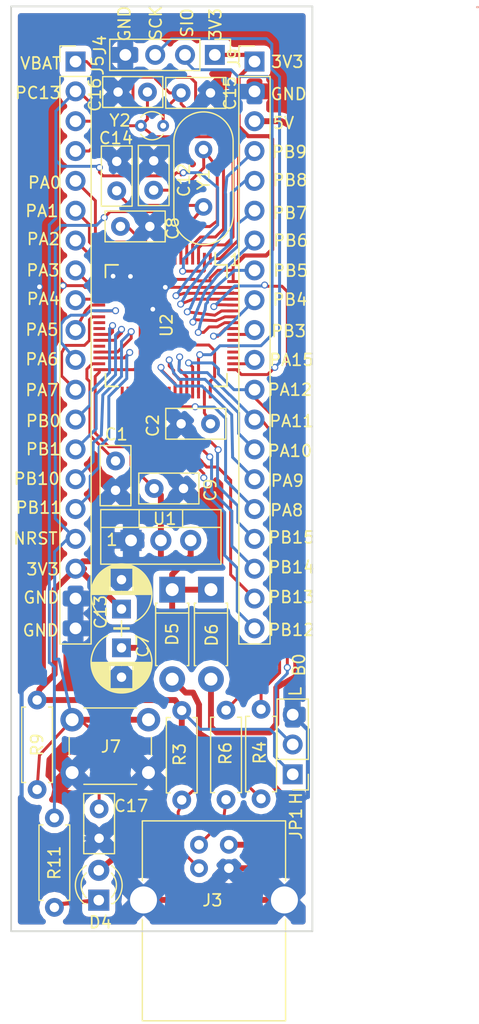
<source format=kicad_pcb>
(kicad_pcb (version 4) (host pcbnew 4.0.7)
  (layers (0 F.Cu signal) (31 B.Cu signal) (34 B.Paste user) (35 F.Paste user) (36 B.SilkS user) (37 F.SilkS user) (38 B.Mask user) (39 F.Mask user) (44 Edge.Cuts user))
  (net 0 "")
  (net 1 PC13)
  (net 2 "Net-(C7-Pad1)")
  (net 3 GNDB)
  (net 4 OSCIN)
  (net 5 OSCOUT)
  (net 6 OSC32IN)
  (net 7 OSC32OUT)
  (net 8 NRST)
  (net 9 "Net-(J3-Pad2)")
  (net 10 "Net-(J3-Pad3)")
  (net 11 3V3B)
  (net 12 PA13)
  (net 13 PA14)
  (net 14 VBAT)
  (net 15 5VB)
  (net 16 PB9)
  (net 17 PA0)
  (net 18 PB8)
  (net 19 PA1)
  (net 20 PB7)
  (net 21 PA2)
  (net 22 PB5)
  (net 23 PA3)
  (net 24 PA4)
  (net 25 PB4)
  (net 26 PA5)
  (net 27 PB3)
  (net 28 PA6)
  (net 29 PA15)
  (net 30 PA7)
  (net 31 PA12)
  (net 32 PB0)
  (net 33 PA11)
  (net 34 PB1)
  (net 35 PA10)
  (net 36 PB10)
  (net 37 PA9)
  (net 38 PB11)
  (net 39 PA8)
  (net 40 PB15)
  (net 41 PB14)
  (net 42 PB13)
  (net 43 PB12)
  (net 44 BOOT0)
  (net 45 PB6)
  (net 46 "Net-(D4-Pad1)")
  (net 47 "Net-(D5-Pad2)")
  (net 48 "Net-(C1-Pad2)")
  (net 49 "Net-(C2-Pad2)")
  (module Pin_Headers:Pin_Header_Straight_1x20_Pitch2.54mm (layer F.Cu) (at 61.11 34.158)
    (fp_text reference J5 (at 1.882 0.3352 270) (layer F.SilkS))
    (fp_text value Conn_01x20)
    (pad 1 thru_hole rect (at 0 0) (size 1.7 1.7) (drill 1) (layers *.Cu *.Mask) (net 14 VBAT))
    (pad 2 thru_hole oval (at 0 2.54) (size 1.7 1.7) (drill 1) (layers *.Cu *.Mask) (net 1 PC13))
    (pad 3 thru_hole oval (at 0 5.08) (size 1.7 1.7) (drill 1) (layers *.Cu *.Mask) (net 6 OSC32IN))
    (pad 4 thru_hole oval (at 0 7.62) (size 1.7 1.7) (drill 1) (layers *.Cu *.Mask) (net 7 OSC32OUT))
    (pad 5 thru_hole oval (at 0 10.16) (size 1.7 1.7) (drill 1) (layers *.Cu *.Mask) (net 17 PA0))
    (pad 6 thru_hole oval (at 0 12.7) (size 1.7 1.7) (drill 1) (layers *.Cu *.Mask) (net 19 PA1))
    (pad 7 thru_hole oval (at 0 15.24) (size 1.7 1.7) (drill 1) (layers *.Cu *.Mask) (net 21 PA2))
    (pad 8 thru_hole oval (at 0 17.78) (size 1.7 1.7) (drill 1) (layers *.Cu *.Mask) (net 23 PA3))
    (pad 9 thru_hole oval (at 0 20.32) (size 1.7 1.7) (drill 1) (layers *.Cu *.Mask) (net 24 PA4))
    (pad 10 thru_hole oval (at 0 22.86) (size 1.7 1.7) (drill 1) (layers *.Cu *.Mask) (net 26 PA5))
    (pad 11 thru_hole oval (at 0 25.4) (size 1.7 1.7) (drill 1) (layers *.Cu *.Mask) (net 28 PA6))
    (pad 12 thru_hole oval (at 0 27.94) (size 1.7 1.7) (drill 1) (layers *.Cu *.Mask) (net 30 PA7))
    (pad 13 thru_hole oval (at 0 30.48) (size 1.7 1.7) (drill 1) (layers *.Cu *.Mask) (net 32 PB0))
    (pad 14 thru_hole oval (at 0 33.02) (size 1.7 1.7) (drill 1) (layers *.Cu *.Mask) (net 34 PB1))
    (pad 15 thru_hole oval (at 0 35.56) (size 1.7 1.7) (drill 1) (layers *.Cu *.Mask) (net 36 PB10))
    (pad 16 thru_hole oval (at 0 38.1) (size 1.7 1.7) (drill 1) (layers *.Cu *.Mask) (net 38 PB11))
    (pad 17 thru_hole oval (at 0 40.64) (size 1.7 1.7) (drill 1) (layers *.Cu *.Mask) (net 8 NRST))
    (pad 18 thru_hole oval (at 0 43.18) (size 1.7 1.7) (drill 1) (layers *.Cu *.Mask) (net 11 3V3B))
    (pad 19 thru_hole oval (at 0 45.72) (size 1.7 1.7) (drill 1) (layers *.Cu *.Mask) (net 3 GNDB))
    (pad 20 thru_hole oval (at 0 48.26) (size 1.7 1.7) (drill 1) (layers *.Cu *.Mask) (net 3 GNDB))
  )
  (module Buttons_Switches_THT:SW_PUSH_6mm (layer F.Cu) (at 60.8203 90.1954)
    (fp_text reference J7 (at 3.302 2.286) (layer F.SilkS))
    (fp_text value Conn_01x02)
    (pad 2 thru_hole circle (at 0 4.5 90) (size 2 2) (drill 1.1) (layers *.Cu *.Mask) (net 3 GNDB))
    (pad 1 thru_hole circle (at 0 0 90) (size 2 2) (drill 1.1) (layers *.Cu *.Mask) (net 8 NRST))
    (pad 2 thru_hole circle (at 6.5 4.5 90) (size 2 2) (drill 1.1) (layers *.Cu *.Mask) (net 3 GNDB))
    (pad 1 thru_hole circle (at 6.5 0 90) (size 2 2) (drill 1.1) (layers *.Cu *.Mask) (net 8 NRST))
  )
  (module Housings_QFP:LQFP-64_10x10mm_Pitch0.5mm (layer F.Cu) (at 68.834 56.642 270)
    (fp_text reference U2 (at -0.03048 -0.03048 270) (layer F.SilkS))
    (fp_text value STM32f405RGT6)
    (pad 1 smd rect (at -5.7 -3.75 270) (size 1 0.25) (layers F.Cu F.Paste F.Mask) (net 14 VBAT))
    (pad 2 smd rect (at -5.7 -3.25 270) (size 1 0.25) (layers F.Cu F.Paste F.Mask) (net 1 PC13))
    (pad 3 smd rect (at -5.7 -2.75 270) (size 1 0.25) (layers F.Cu F.Paste F.Mask) (net 6 OSC32IN))
    (pad 4 smd rect (at -5.7 -2.25 270) (size 1 0.25) (layers F.Cu F.Paste F.Mask) (net 7 OSC32OUT))
    (pad 5 smd rect (at -5.7 -1.75 270) (size 1 0.25) (layers F.Cu F.Paste F.Mask) (net 4 OSCIN))
    (pad 6 smd rect (at -5.7 -1.25 270) (size 1 0.25) (layers F.Cu F.Paste F.Mask) (net 5 OSCOUT))
    (pad 7 smd rect (at -5.7 -0.75 270) (size 1 0.25) (layers F.Cu F.Paste F.Mask) (net 8 NRST))
    (pad 8 smd rect (at -5.7 -0.25 270) (size 1 0.25) (layers F.Cu F.Paste F.Mask))
    (pad 9 smd rect (at -5.7 0.25 270) (size 1 0.25) (layers F.Cu F.Paste F.Mask))
    (pad 10 smd rect (at -5.7 0.75 270) (size 1 0.25) (layers F.Cu F.Paste F.Mask))
    (pad 11 smd rect (at -5.7 1.25 270) (size 1 0.25) (layers F.Cu F.Paste F.Mask))
    (pad 12 smd rect (at -5.7 1.75 270) (size 1 0.25) (layers F.Cu F.Paste F.Mask) (net 3 GNDB))
    (pad 13 smd rect (at -5.7 2.25 270) (size 1 0.25) (layers F.Cu F.Paste F.Mask) (net 11 3V3B))
    (pad 14 smd rect (at -5.7 2.75 270) (size 1 0.25) (layers F.Cu F.Paste F.Mask) (net 17 PA0))
    (pad 15 smd rect (at -5.7 3.25 270) (size 1 0.25) (layers F.Cu F.Paste F.Mask) (net 19 PA1))
    (pad 16 smd rect (at -5.7 3.75 270) (size 1 0.25) (layers F.Cu F.Paste F.Mask) (net 21 PA2))
    (pad 17 smd rect (at -3.75 5.7) (size 1 0.25) (layers F.Cu F.Paste F.Mask) (net 23 PA3))
    (pad 18 smd rect (at -3.25 5.7) (size 1 0.25) (layers F.Cu F.Paste F.Mask) (net 3 GNDB))
    (pad 19 smd rect (at -2.75 5.7) (size 1 0.25) (layers F.Cu F.Paste F.Mask) (net 11 3V3B))
    (pad 20 smd rect (at -2.25 5.7) (size 1 0.25) (layers F.Cu F.Paste F.Mask) (net 24 PA4))
    (pad 21 smd rect (at -1.75 5.7) (size 1 0.25) (layers F.Cu F.Paste F.Mask) (net 26 PA5))
    (pad 22 smd rect (at -1.25 5.7) (size 1 0.25) (layers F.Cu F.Paste F.Mask) (net 28 PA6))
    (pad 23 smd rect (at -0.75 5.7) (size 1 0.25) (layers F.Cu F.Paste F.Mask) (net 30 PA7))
    (pad 24 smd rect (at -0.25 5.7) (size 1 0.25) (layers F.Cu F.Paste F.Mask))
    (pad 25 smd rect (at 0.25 5.7) (size 1 0.25) (layers F.Cu F.Paste F.Mask))
    (pad 26 smd rect (at 0.75 5.7) (size 1 0.25) (layers F.Cu F.Paste F.Mask) (net 32 PB0))
    (pad 27 smd rect (at 1.25 5.7) (size 1 0.25) (layers F.Cu F.Paste F.Mask) (net 34 PB1))
    (pad 28 smd rect (at 1.75 5.7) (size 1 0.25) (layers F.Cu F.Paste F.Mask))
    (pad 29 smd rect (at 2.25 5.7) (size 1 0.25) (layers F.Cu F.Paste F.Mask) (net 36 PB10))
    (pad 30 smd rect (at 2.75 5.7) (size 1 0.25) (layers F.Cu F.Paste F.Mask) (net 38 PB11))
    (pad 31 smd rect (at 3.25 5.7) (size 1 0.25) (layers F.Cu F.Paste F.Mask) (net 48 "Net-(C1-Pad2)"))
    (pad 32 smd rect (at 3.75 5.7) (size 1 0.25) (layers F.Cu F.Paste F.Mask) (net 11 3V3B))
    (pad 33 smd rect (at 5.7 3.75 270) (size 1 0.25) (layers F.Cu F.Paste F.Mask) (net 43 PB12))
    (pad 34 smd rect (at 5.7 3.25 270) (size 1 0.25) (layers F.Cu F.Paste F.Mask) (net 42 PB13))
    (pad 35 smd rect (at 5.7 2.75 270) (size 1 0.25) (layers F.Cu F.Paste F.Mask) (net 41 PB14))
    (pad 36 smd rect (at 5.7 2.25 270) (size 1 0.25) (layers F.Cu F.Paste F.Mask) (net 40 PB15))
    (pad 37 smd rect (at 5.7 1.75 270) (size 1 0.25) (layers F.Cu F.Paste F.Mask))
    (pad 38 smd rect (at 5.7 1.25 270) (size 1 0.25) (layers F.Cu F.Paste F.Mask))
    (pad 39 smd rect (at 5.7 0.75 270) (size 1 0.25) (layers F.Cu F.Paste F.Mask))
    (pad 40 smd rect (at 5.7 0.25 270) (size 1 0.25) (layers F.Cu F.Paste F.Mask))
    (pad 41 smd rect (at 5.7 -0.25 270) (size 1 0.25) (layers F.Cu F.Paste F.Mask) (net 39 PA8))
    (pad 42 smd rect (at 5.7 -0.75 270) (size 1 0.25) (layers F.Cu F.Paste F.Mask) (net 37 PA9))
    (pad 43 smd rect (at 5.7 -1.25 270) (size 1 0.25) (layers F.Cu F.Paste F.Mask) (net 35 PA10))
    (pad 44 smd rect (at 5.7 -1.75 270) (size 1 0.25) (layers F.Cu F.Paste F.Mask) (net 33 PA11))
    (pad 45 smd rect (at 5.7 -2.25 270) (size 1 0.25) (layers F.Cu F.Paste F.Mask) (net 31 PA12))
    (pad 46 smd rect (at 5.7 -2.75 270) (size 1 0.25) (layers F.Cu F.Paste F.Mask) (net 12 PA13))
    (pad 47 smd rect (at 5.7 -3.25 270) (size 1 0.25) (layers F.Cu F.Paste F.Mask) (net 49 "Net-(C2-Pad2)"))
    (pad 48 smd rect (at 5.7 -3.75 270) (size 1 0.25) (layers F.Cu F.Paste F.Mask) (net 11 3V3B))
    (pad 49 smd rect (at 3.75 -5.7) (size 1 0.25) (layers F.Cu F.Paste F.Mask) (net 13 PA14))
    (pad 50 smd rect (at 3.25 -5.7) (size 1 0.25) (layers F.Cu F.Paste F.Mask) (net 29 PA15))
    (pad 51 smd rect (at 2.75 -5.7) (size 1 0.25) (layers F.Cu F.Paste F.Mask))
    (pad 52 smd rect (at 2.25 -5.7) (size 1 0.25) (layers F.Cu F.Paste F.Mask))
    (pad 53 smd rect (at 1.75 -5.7) (size 1 0.25) (layers F.Cu F.Paste F.Mask))
    (pad 54 smd rect (at 1.25 -5.7) (size 1 0.25) (layers F.Cu F.Paste F.Mask))
    (pad 55 smd rect (at 0.75 -5.7) (size 1 0.25) (layers F.Cu F.Paste F.Mask) (net 27 PB3))
    (pad 56 smd rect (at 0.25 -5.7) (size 1 0.25) (layers F.Cu F.Paste F.Mask) (net 25 PB4))
    (pad 57 smd rect (at -0.25 -5.7) (size 1 0.25) (layers F.Cu F.Paste F.Mask) (net 22 PB5))
    (pad 58 smd rect (at -0.75 -5.7) (size 1 0.25) (layers F.Cu F.Paste F.Mask) (net 45 PB6))
    (pad 59 smd rect (at -1.25 -5.7) (size 1 0.25) (layers F.Cu F.Paste F.Mask) (net 20 PB7))
    (pad 60 smd rect (at -1.75 -5.7) (size 1 0.25) (layers F.Cu F.Paste F.Mask) (net 44 BOOT0))
    (pad 61 smd rect (at -2.25 -5.7) (size 1 0.25) (layers F.Cu F.Paste F.Mask) (net 18 PB8))
    (pad 62 smd rect (at -2.75 -5.7) (size 1 0.25) (layers F.Cu F.Paste F.Mask) (net 16 PB9))
    (pad 63 smd rect (at -3.25 -5.7) (size 1 0.25) (layers F.Cu F.Paste F.Mask) (net 3 GNDB))
    (pad 64 smd rect (at -3.75 -5.7) (size 1 0.25) (layers F.Cu F.Paste F.Mask) (net 11 3V3B))
  )
  (module Crystals:Crystal_HC49-U_Vertical (layer F.Cu) (at 72.009 41.656 270)
    (fp_text reference Y1 (at 2.54 0 270) (layer F.SilkS))
    (fp_text value "8 MHz")
    (pad 1 thru_hole circle (at 0 0 270) (size 1.5 1.5) (drill 0.8) (layers *.Cu *.Mask) (net 4 OSCIN))
    (pad 2 thru_hole circle (at 4.88 0 270) (size 1.5 1.5) (drill 0.8) (layers *.Cu *.Mask) (net 5 OSCOUT))
  )
  (module TO_SOT_Packages_THT:TO-220-3_Vertical (layer F.Cu) (at 65.8368 74.93)
    (fp_text reference U1 (at 2.8702 -1.8415) (layer F.SilkS))
    (fp_text value LM1117-3.3)
    (pad 1 thru_hole rect (at 0 0) (size 1.8 1.8) (drill 1) (layers *.Cu *.Mask) (net 3 GNDB))
    (pad 2 thru_hole oval (at 2.54 0) (size 1.8 1.8) (drill 1) (layers *.Cu *.Mask) (net 11 3V3B))
    (pad 3 thru_hole oval (at 5.08 0) (size 1.8 1.8) (drill 1) (layers *.Cu *.Mask) (net 2 "Net-(C7-Pad1)"))
  )
  (module Pin_Headers:Pin_Header_Straight_1x20_Pitch2.54mm (layer F.Cu) (at 76.35 34.158)
    (fp_text reference J9 (at -1.7248 -0.2744 90) (layer F.SilkS))
    (fp_text value Conn_01x20)
    (pad 1 thru_hole rect (at 0 0) (size 1.7 1.7) (drill 1) (layers *.Cu *.Mask) (net 11 3V3B))
    (pad 2 thru_hole oval (at 0 2.54) (size 1.7 1.7) (drill 1) (layers *.Cu *.Mask) (net 3 GNDB))
    (pad 3 thru_hole oval (at 0 5.08) (size 1.7 1.7) (drill 1) (layers *.Cu *.Mask) (net 15 5VB))
    (pad 4 thru_hole oval (at 0 7.62) (size 1.7 1.7) (drill 1) (layers *.Cu *.Mask) (net 16 PB9))
    (pad 5 thru_hole oval (at 0 10.16) (size 1.7 1.7) (drill 1) (layers *.Cu *.Mask) (net 18 PB8))
    (pad 6 thru_hole oval (at 0 12.7) (size 1.7 1.7) (drill 1) (layers *.Cu *.Mask) (net 20 PB7))
    (pad 7 thru_hole oval (at 0 15.24) (size 1.7 1.7) (drill 1) (layers *.Cu *.Mask) (net 45 PB6))
    (pad 8 thru_hole oval (at 0 17.78) (size 1.7 1.7) (drill 1) (layers *.Cu *.Mask) (net 22 PB5))
    (pad 9 thru_hole oval (at 0 20.32) (size 1.7 1.7) (drill 1) (layers *.Cu *.Mask) (net 25 PB4))
    (pad 10 thru_hole oval (at 0 22.86) (size 1.7 1.7) (drill 1) (layers *.Cu *.Mask) (net 27 PB3))
    (pad 11 thru_hole oval (at 0 25.4) (size 1.7 1.7) (drill 1) (layers *.Cu *.Mask) (net 29 PA15))
    (pad 12 thru_hole oval (at 0 27.94) (size 1.7 1.7) (drill 1) (layers *.Cu *.Mask) (net 31 PA12))
    (pad 13 thru_hole oval (at 0 30.48) (size 1.7 1.7) (drill 1) (layers *.Cu *.Mask) (net 33 PA11))
    (pad 14 thru_hole oval (at 0 33.02) (size 1.7 1.7) (drill 1) (layers *.Cu *.Mask) (net 35 PA10))
    (pad 15 thru_hole oval (at 0 35.56) (size 1.7 1.7) (drill 1) (layers *.Cu *.Mask) (net 37 PA9))
    (pad 16 thru_hole oval (at 0 38.1) (size 1.7 1.7) (drill 1) (layers *.Cu *.Mask) (net 39 PA8))
    (pad 17 thru_hole oval (at 0 40.64) (size 1.7 1.7) (drill 1) (layers *.Cu *.Mask) (net 40 PB15))
    (pad 18 thru_hole oval (at 0 43.18) (size 1.7 1.7) (drill 1) (layers *.Cu *.Mask) (net 41 PB14))
    (pad 19 thru_hole oval (at 0 45.72) (size 1.7 1.7) (drill 1) (layers *.Cu *.Mask) (net 42 PB13))
    (pad 20 thru_hole oval (at 0 48.26) (size 1.7 1.7) (drill 1) (layers *.Cu *.Mask) (net 43 PB12))
  )
  (module Capacitors_THT:C_Disc_D5.0mm_W2.5mm_P2.50mm (layer F.Cu) (at 67.7672 45.1104 90)
    (fp_text reference C12 (at 0.8636 2.5781 270) (layer F.SilkS))
    (fp_text value "20 pF")
    (pad 1 thru_hole circle (at 0 0 90) (size 1.6 1.6) (drill 0.8) (layers *.Cu *.Mask) (net 4 OSCIN))
    (pad 2 thru_hole circle (at 2.5 0 90) (size 1.6 1.6) (drill 0.8) (layers *.Cu *.Mask) (net 3 GNDB))
  )
  (module Capacitors_THT:C_Disc_D5.0mm_W2.5mm_P2.50mm (layer F.Cu) (at 64.6176 45.1612 90)
    (fp_text reference C14 (at 4.4831 -0.0635 360) (layer F.SilkS))
    (fp_text value "20 pF")
    (pad 1 thru_hole circle (at 0 0 90) (size 1.6 1.6) (drill 0.8) (layers *.Cu *.Mask) (net 5 OSCOUT))
    (pad 2 thru_hole circle (at 2.5 0 90) (size 1.6 1.6) (drill 0.8) (layers *.Cu *.Mask) (net 3 GNDB))
  )
  (module Capacitors_THT:C_Disc_D5.0mm_W2.5mm_P2.50mm (layer F.Cu) (at 70.104 36.83)
    (fp_text reference C15 (at 4.1656 0.0254 90) (layer F.SilkS))
    (fp_text value "20 pF")
    (pad 1 thru_hole circle (at 0 0) (size 1.6 1.6) (drill 0.8) (layers *.Cu *.Mask) (net 6 OSC32IN))
    (pad 2 thru_hole circle (at 2.5 0) (size 1.6 1.6) (drill 0.8) (layers *.Cu *.Mask) (net 3 GNDB))
  )
  (module Capacitors_THT:C_Disc_D5.0mm_W2.5mm_P2.50mm (layer F.Cu) (at 67.2338 36.7538 180)
    (fp_text reference C16 (at 4.4704 -0.2286 270) (layer F.SilkS))
    (fp_text value "20 pF")
    (pad 1 thru_hole circle (at 0 0 180) (size 1.6 1.6) (drill 0.8) (layers *.Cu *.Mask) (net 7 OSC32OUT))
    (pad 2 thru_hole circle (at 2.5 0 180) (size 1.6 1.6) (drill 0.8) (layers *.Cu *.Mask) (net 3 GNDB))
  )
  (module Pin_Headers:Pin_Header_Straight_1x04_Pitch2.54mm (layer F.Cu) (at 72.9742 33.5915 270)
    (fp_text reference J4 (at -0.8255 9.779 450) (layer F.SilkS))
    (fp_text value Conn_01x04)
    (pad 1 thru_hole rect (at 0 0 270) (size 1.7 1.7) (drill 1) (layers *.Cu *.Mask) (net 11 3V3B))
    (pad 2 thru_hole oval (at 0 2.54 270) (size 1.7 1.7) (drill 1) (layers *.Cu *.Mask) (net 12 PA13))
    (pad 3 thru_hole oval (at 0 5.08 270) (size 1.7 1.7) (drill 1) (layers *.Cu *.Mask) (net 13 PA14))
    (pad 4 thru_hole oval (at 0 7.62 270) (size 1.7 1.7) (drill 1) (layers *.Cu *.Mask) (net 3 GNDB))
  )
  (module Crystals:Crystal_Round_d2.0mm_Vertical (layer F.Cu) (at 66.675 39.624)
    (fp_text reference Y2 (at -1.778 -0.4445) (layer F.SilkS))
    (fp_text value Crystal)
    (pad 1 thru_hole circle (at 0 0) (size 1 1) (drill 0.5) (layers *.Cu *.Mask) (net 7 OSC32OUT))
    (pad 2 thru_hole circle (at 1.9 0) (size 1 1) (drill 0.5) (layers *.Cu *.Mask) (net 6 OSC32IN))
  )
  (module Capacitors_THT:C_Disc_D5.0mm_W2.5mm_P2.50mm (layer F.Cu) (at 67.437 48.1965 180)
    (fp_text reference C8 (at -1.9558 -0.1651 270) (layer F.SilkS))
    (fp_text value "0.1 uF")
    (pad 1 thru_hole circle (at 0 0 180) (size 1.6 1.6) (drill 0.8) (layers *.Cu *.Mask) (net 3 GNDB))
    (pad 2 thru_hole circle (at 2.5 0 180) (size 1.6 1.6) (drill 0.8) (layers *.Cu *.Mask) (net 11 3V3B))
  )
  (module Capacitors_THT:CP_Radial_D5.0mm_P2.50mm (layer F.Cu) (at 65.024 84.074 270)
    (fp_text reference C7 (at -0.1397 -1.8161 270) (layer F.SilkS))
    (fp_text value "1 uF")
    (pad 1 thru_hole rect (at 0 0 270) (size 1.6 1.6) (drill 0.8) (layers *.Cu *.Mask) (net 2 "Net-(C7-Pad1)"))
    (pad 2 thru_hole circle (at 2.5 0 270) (size 1.6 1.6) (drill 0.8) (layers *.Cu *.Mask) (net 3 GNDB))
  )
  (module Capacitors_THT:C_Disc_D5.0mm_W2.5mm_P2.50mm (layer F.Cu) (at 70.3072 70.5104 180)
    (fp_text reference C9 (at -2.286 -0.127 270) (layer F.SilkS))
    (fp_text value "0.1 uF")
    (pad 1 thru_hole circle (at 0 0 180) (size 1.6 1.6) (drill 0.8) (layers *.Cu *.Mask) (net 3 GNDB))
    (pad 2 thru_hole circle (at 2.5 0 180) (size 1.6 1.6) (drill 0.8) (layers *.Cu *.Mask) (net 11 3V3B))
  )
  (module Capacitors_THT:CP_Radial_D5.0mm_P2.50mm (layer F.Cu) (at 65.024 80.772 90)
    (fp_text reference C13 (at -0.254 -1.778 90) (layer F.SilkS))
    (fp_text value "1 uF")
    (pad 1 thru_hole rect (at 0 0 90) (size 1.6 1.6) (drill 0.8) (layers *.Cu *.Mask) (net 11 3V3B))
    (pad 2 thru_hole circle (at 2.5 0 90) (size 1.6 1.6) (drill 0.8) (layers *.Cu *.Mask) (net 3 GNDB))
  )
  (module Capacitors_THT:C_Disc_D5.0mm_W2.5mm_P2.50mm (layer F.Cu) (at 63.119 97.79 270)
    (fp_text reference C17 (at -0.254 -2.7305 360) (layer F.SilkS))
    (fp_text value "10 nF")
    (pad 1 thru_hole circle (at 0 0 270) (size 1.6 1.6) (drill 0.8) (layers *.Cu *.Mask) (net 8 NRST))
    (pad 2 thru_hole circle (at 2.5 0 270) (size 1.6 1.6) (drill 0.8) (layers *.Cu *.Mask) (net 3 GNDB))
  )
  (module LEDs:LED_D3.0mm (layer F.Cu) (at 63.08852 105.55732 90)
    (fp_text reference D4 (at -1.88976 0.13716 180) (layer F.SilkS))
    (fp_text value LED)
    (pad 1 thru_hole rect (at 0 0 90) (size 1.8 1.8) (drill 0.9) (layers *.Cu *.Mask) (net 46 "Net-(D4-Pad1)"))
    (pad 2 thru_hole circle (at 2.54 0 90) (size 1.8 1.8) (drill 0.9) (layers *.Cu *.Mask) (net 11 3V3B))
  )
  (module Diodes_THT:D_DO-41_SOD81_P7.62mm_Horizontal (layer F.Cu) (at 69.342 79.121 270)
    (fp_text reference D5 (at 3.7973 0 270) (layer F.SilkS))
    (fp_text value D_Schottky)
    (pad 1 thru_hole rect (at 0 0 270) (size 2.2 2.2) (drill 1.1) (layers *.Cu *.Mask) (net 2 "Net-(C7-Pad1)"))
    (pad 2 thru_hole oval (at 7.62 0 270) (size 2.2 2.2) (drill 1.1) (layers *.Cu *.Mask) (net 47 "Net-(D5-Pad2)"))
  )
  (module Diodes_THT:D_DO-41_SOD81_P7.62mm_Horizontal (layer F.Cu) (at 72.644 79.121 270)
    (fp_text reference D6 (at 3.8608 -0.0635 270) (layer F.SilkS))
    (fp_text value D_Schottky)
    (pad 1 thru_hole rect (at 0 0 270) (size 2.2 2.2) (drill 1.1) (layers *.Cu *.Mask) (net 2 "Net-(C7-Pad1)"))
    (pad 2 thru_hole oval (at 7.62 0 270) (size 2.2 2.2) (drill 1.1) (layers *.Cu *.Mask) (net 15 5VB))
  )
  (module Connectors:USB_B (layer F.Cu) (at 74.168 100.838 270)
    (fp_text reference J3 (at 4.7371 1.397 360) (layer F.SilkS))
    (fp_text value USB_B)
    (pad 2 thru_hole circle (at 0 2.54 180) (size 1.52 1.52) (drill 0.81) (layers *.Cu *.Mask) (net 9 "Net-(J3-Pad2)"))
    (pad 1 thru_hole circle (at 0 0 180) (size 1.52 1.52) (drill 0.81) (layers *.Cu *.Mask) (net 47 "Net-(D5-Pad2)"))
    (pad 4 thru_hole circle (at 2 0 180) (size 1.52 1.52) (drill 0.81) (layers *.Cu *.Mask) (net 3 GNDB))
    (pad 3 thru_hole circle (at 2 2.54 180) (size 1.52 1.52) (drill 0.81) (layers *.Cu *.Mask) (net 10 "Net-(J3-Pad3)"))
    (pad 5 thru_hole circle (at 4.7 7.27 180) (size 2.7 2.7) (drill 2.3) (layers *.Cu *.Mask) (net 3 GNDB))
    (pad 5 thru_hole circle (at 4.7 -4.73 180) (size 2.7 2.7) (drill 2.3) (layers *.Cu *.Mask) (net 3 GNDB))
  )
  (module Resistors_THT:R_Axial_DIN0207_L6.3mm_D2.5mm_P7.62mm_Horizontal (layer F.Cu) (at 70.1548 89.408 270)
    (fp_text reference R3 (at 3.7465 0.1778 270) (layer F.SilkS))
    (fp_text value 1.5k)
    (pad 1 thru_hole circle (at 0 0 270) (size 1.6 1.6) (drill 0.8) (layers *.Cu *.Mask) (net 11 3V3B))
    (pad 2 thru_hole oval (at 7.62 0 270) (size 1.6 1.6) (drill 0.8) (layers *.Cu *.Mask) (net 10 "Net-(J3-Pad3)"))
  )
  (module Resistors_THT:R_Axial_DIN0207_L6.3mm_D2.5mm_P7.62mm_Horizontal (layer F.Cu) (at 76.9112 89.3064 270)
    (fp_text reference R4 (at 3.6957 0.1143 270) (layer F.SilkS))
    (fp_text value 22R)
    (pad 1 thru_hole circle (at 0 0 270) (size 1.6 1.6) (drill 0.8) (layers *.Cu *.Mask) (net 31 PA12))
    (pad 2 thru_hole oval (at 7.62 0 270) (size 1.6 1.6) (drill 0.8) (layers *.Cu *.Mask) (net 10 "Net-(J3-Pad3)"))
  )
  (module Resistors_THT:R_Axial_DIN0207_L6.3mm_D2.5mm_P7.62mm_Horizontal (layer F.Cu) (at 73.9267 89.3826 270)
    (fp_text reference R6 (at 3.683 0.0508 270) (layer F.SilkS))
    (fp_text value 22R)
    (pad 1 thru_hole circle (at 0 0 270) (size 1.6 1.6) (drill 0.8) (layers *.Cu *.Mask) (net 33 PA11))
    (pad 2 thru_hole oval (at 7.62 0 270) (size 1.6 1.6) (drill 0.8) (layers *.Cu *.Mask) (net 9 "Net-(J3-Pad2)"))
  )
  (module Resistors_THT:R_Axial_DIN0207_L6.3mm_D2.5mm_P7.62mm_Horizontal (layer F.Cu) (at 57.8358 88.519 270)
    (fp_text reference R9 (at 3.81 0 270) (layer F.SilkS))
    (fp_text value 1.5k)
    (pad 1 thru_hole circle (at 0 0 270) (size 1.6 1.6) (drill 0.8) (layers *.Cu *.Mask) (net 11 3V3B))
    (pad 2 thru_hole oval (at 7.62 0 270) (size 1.6 1.6) (drill 0.8) (layers *.Cu *.Mask) (net 8 NRST))
  )
  (module Resistors_THT:R_Axial_DIN0207_L6.3mm_D2.5mm_P7.62mm_Horizontal (layer F.Cu) (at 59.309 98.552 270)
    (fp_text reference R11 (at 3.8227 0 270) (layer F.SilkS))
    (fp_text value 470R)
    (pad 1 thru_hole circle (at 0 0 270) (size 1.6 1.6) (drill 0.8) (layers *.Cu *.Mask) (net 1 PC13))
    (pad 2 thru_hole oval (at 7.62 0 270) (size 1.6 1.6) (drill 0.8) (layers *.Cu *.Mask) (net 46 "Net-(D4-Pad1)"))
  )
  (module Capacitors_THT:C_Disc_D5.0mm_W2.5mm_P2.50mm (layer F.Cu) (at 64.516 70.6628 90)
    (fp_text reference C1 (at 4.7625 0.0635 180) (layer F.SilkS))
    (fp_text value "2.2 uF")
    (pad 1 thru_hole circle (at 0 0 90) (size 1.6 1.6) (drill 0.8) (layers *.Cu *.Mask) (net 3 GNDB))
    (pad 2 thru_hole circle (at 2.5 0 90) (size 1.6 1.6) (drill 0.8) (layers *.Cu *.Mask) (net 48 "Net-(C1-Pad2)"))
  )
  (module Capacitors_THT:C_Disc_D5.0mm_W2.5mm_P2.50mm (layer F.Cu) (at 70.104 64.9986)
    (fp_text reference C2 (at -2.413 0.1524 90) (layer F.SilkS))
    (fp_text value "2.2 uF")
    (pad 1 thru_hole circle (at 0 0) (size 1.6 1.6) (drill 0.8) (layers *.Cu *.Mask) (net 3 GNDB))
    (pad 2 thru_hole circle (at 2.5 0) (size 1.6 1.6) (drill 0.8) (layers *.Cu *.Mask) (net 49 "Net-(C2-Pad2)"))
  )
  (module Pin_Headers:Pin_Header_Straight_1x03_Pitch2.54mm (layer F.Cu) (at 79.6036 94.8436 180)
    (fp_text reference JP1 (at -0.2794 -4.2164 270) (layer F.SilkS))
    (fp_text value Jumper_NC_Dual)
    (pad 1 thru_hole rect (at 0 0 180) (size 1.7 1.7) (drill 1) (layers *.Cu *.Mask) (net 11 3V3B))
    (pad 2 thru_hole oval (at 0 2.54 180) (size 1.7 1.7) (drill 1) (layers *.Cu *.Mask) (net 44 BOOT0))
    (pad 3 thru_hole oval (at 0 5.08 180) (size 1.7 1.7) (drill 1) (layers *.Cu *.Mask) (net 3 GNDB))
  )
  (gr_line (start 55.626 29.464) (end 81.28 29.464) (angle 90) (layer Edge.Cuts) (width 0.15))
  (gr_line (start 55.626 108.204) (end 55.626 29.464) (angle 90) (layer Edge.Cuts) (width 0.15))
  (gr_line (start 81.28 108.204) (end 55.626 108.204) (angle 90) (layer Edge.Cuts) (width 0.15))
  (gr_line (start 81.28 29.464) (end 81.28 108.204) (angle 90) (layer Edge.Cuts) (width 0.15))
  (gr_text 1 (at 64.2112 74.8792) (layer F.SilkS) (effects (font (size 1 1))))
  (gr_text 1 (at 74.676 51.054) (layer F.SilkS) (effects (font (size 1 1))))
  (gr_line (start 95.3135 29.5275) (end 95.377 29.5275) (angle 90) (layer B.SilkS) (width 0.2))
  (gr_text B0 (at 80.14208 85.52688 90) (layer F.SilkS) (effects (font (size 1 1))))
  (gr_text L (at 79.83728 87.80272 90) (layer F.SilkS) (effects (font (size 1 1))))
  (gr_text H (at 79.883 96.901 90) (layer F.SilkS) (effects (font (size 1 1))))
  (gr_text SCK (at 67.945 30.861 90) (layer F.SilkS) (effects (font (size 1 1))))
  (gr_text SIO (at 70.612 30.861 90) (layer F.SilkS) (effects (font (size 1 1))))
  (gr_text GND (at 65.278 30.9245 90) (layer F.SilkS) (effects (font (size 1 1))))
  (gr_text 3V3 (at 73.025 30.988 90) (layer F.SilkS) (effects (font (size 1 1))))
  (gr_text 3V3 (at 79.1464 34.1884) (layer F.SilkS) (effects (font (size 1 1))))
  (gr_text GND (at 79.2607 36.9316) (layer F.SilkS) (effects (font (size 1 1))))
  (gr_text 5V (at 78.8162 39.3954) (layer F.SilkS) (effects (font (size 1 1))))
  (gr_text PB9 (at 79.3242 41.8592) (layer F.SilkS) (effects (font (size 1 1))))
  (gr_text PB8 (at 79.375 44.2595) (layer F.SilkS) (effects (font (size 1 1))))
  (gr_text PB7 (at 79.375 47.0535) (layer F.SilkS) (effects (font (size 1 1))))
  (gr_text PB6 (at 79.4258 49.403) (layer F.SilkS) (effects (font (size 1 1))))
  (gr_text PB5 (at 79.4258 51.9684) (layer F.SilkS) (effects (font (size 1 1))))
  (gr_text PB4 (at 79.375 54.4322) (layer F.SilkS) (effects (font (size 1 1))))
  (gr_text PB3 (at 79.2607 57.1119) (layer F.SilkS) (effects (font (size 1 1))))
  (gr_text PA15 (at 79.502 59.563) (layer F.SilkS) (effects (font (size 1 1))))
  (gr_text PA12 (at 79.375 62.103) (layer F.SilkS) (effects (font (size 1 1))))
  (gr_text PA11 (at 79.502 64.77) (layer F.SilkS) (effects (font (size 1 1))))
  (gr_text PA10 (at 79.375 67.31) (layer F.SilkS) (effects (font (size 1 1))))
  (gr_text PA9 (at 79.1464 69.85) (layer F.SilkS) (effects (font (size 1 1))))
  (gr_text PA8 (at 79.0956 72.3646) (layer F.SilkS) (effects (font (size 1 1))))
  (gr_text PB15 (at 79.502 74.676) (layer F.SilkS) (effects (font (size 1 1))))
  (gr_text PB14 (at 79.502 77.216) (layer F.SilkS) (effects (font (size 1 1))))
  (gr_text PB13 (at 79.502 79.756) (layer F.SilkS) (effects (font (size 1 1))))
  (gr_text PB12 (at 79.502 82.55) (layer F.SilkS) (effects (font (size 1 1))))
  (gr_text GND (at 58.1406 82.59064) (layer F.SilkS) (effects (font (size 1 1))))
  (gr_text GND (at 58.19648 79.79664) (layer F.SilkS) (effects (font (size 1 1))))
  (gr_text 3V3 (at 58.30824 77.3938) (layer F.SilkS) (effects (font (size 1 1))))
  (gr_text NRST (at 57.69356 74.76744) (layer F.SilkS) (effects (font (size 1 1))))
  (gr_text PB11 (at 57.97296 72.14108) (layer F.SilkS) (effects (font (size 1 1))))
  (gr_text PB10 (at 57.80532 69.68236) (layer F.SilkS) (effects (font (size 1 1))))
  (gr_text PB1 (at 58.36412 67.16776) (layer F.SilkS) (effects (font (size 1 1))))
  (gr_text PB0 (at 58.36412 64.76492) (layer F.SilkS) (effects (font (size 1 1))))
  (gr_text PA7 (at 58.25236 62.13856) (layer F.SilkS) (effects (font (size 1 1))))
  (gr_text PA6 (at 58.25236 59.5122) (layer F.SilkS) (effects (font (size 1 1))))
  (gr_text PA5 (at 58.25236 56.9976) (layer F.SilkS) (effects (font (size 1 1))))
  (gr_text PA4 (at 58.36412 54.37124) (layer F.SilkS) (effects (font (size 1 1))))
  (gr_text PA3 (at 58.3438 51.943) (layer F.SilkS) (effects (font (size 1 1))))
  (gr_text PA2 (at 58.3692 49.276) (layer F.SilkS) (effects (font (size 1 1))))
  (gr_text PA1 (at 58.2422 46.8884) (layer F.SilkS) (effects (font (size 1 1))))
  (gr_text PA0 (at 58.4708 44.4754) (layer F.SilkS) (effects (font (size 1 1))))
  (gr_text PC13 (at 57.912 36.83) (layer F.SilkS) (effects (font (size 1 1))))
  (gr_text VBAT (at 58.1406 34.3154) (layer F.SilkS) (effects (font (size 1 1))))
  (segment (start 72.084 50.942) (end 72.084 51.9545) (width 0.25) (layer F.Cu) (net 1))
  (segment (start 70.2945 50.9905) (end 73.2155 48.0695) (width 0.25) (layer B.Cu) (net 1))
  (segment (start 70.2945 51.943) (end 70.2945 50.9905) (width 0.25) (layer B.Cu) (net 1))
  (segment (start 70.231 52.0065) (end 70.2945 51.943) (width 0.25) (layer B.Cu) (net 1))
  (via (at 70.231 52.0065) (size 0.6) (drill 0.4) (layers F.Cu B.Cu) (net 1))
  (segment (start 72.032 52.0065) (end 70.231 52.0065) (width 0.25) (layer F.Cu) (net 1))
  (segment (start 72.084 51.9545) (end 72.032 52.0065) (width 0.25) (layer F.Cu) (net 1))
  (segment (start 58.8772 85.344) (end 58.928 85.344) (width 0.25) (layer B.Cu) (net 1))
  (segment (start 59.309 85.725) (end 59.309 86.0806) (width 0.25) (layer B.Cu) (net 1))
  (segment (start 58.928 85.344) (end 59.309 85.725) (width 0.25) (layer B.Cu) (net 1))
  (segment (start 59.309 86.0806) (end 59.309 98.552) (width 0.25) (layer B.Cu) (net 1))
  (segment (start 59.436 42.3164) (end 59.436 47.498) (width 0.25) (layer B.Cu) (net 1))
  (segment (start 58.8772 48.0568) (end 58.8772 85.344) (width 0.25) (layer B.Cu) (net 1))
  (segment (start 59.436 47.498) (end 58.8772 48.0568) (width 0.25) (layer B.Cu) (net 1))
  (segment (start 62.8015 38.1) (end 61.3995 36.698) (width 0.25) (layer F.Cu) (net 1))
  (segment (start 61.3995 36.698) (end 61.11 36.698) (width 0.25) (layer F.Cu) (net 1))
  (segment (start 70.2945 43.6245) (end 69.7103 43.6245) (width 0.25) (layer F.Cu) (net 1))
  (segment (start 59.436 38.372) (end 61.11 36.698) (width 0.25) (layer B.Cu) (net 1))
  (segment (start 59.436 42.5704) (end 59.436 42.3164) (width 0.25) (layer B.Cu) (net 1))
  (segment (start 59.436 42.3164) (end 59.436 38.372) (width 0.25) (layer B.Cu) (net 1))
  (segment (start 59.944 43.0784) (end 59.436 42.5704) (width 0.25) (layer B.Cu) (net 1))
  (segment (start 63.0428 43.0784) (end 59.944 43.0784) (width 0.25) (layer B.Cu) (net 1))
  (segment (start 63.1444 43.18) (end 63.0428 43.0784) (width 0.25) (layer B.Cu) (net 1))
  (via (at 63.1444 43.18) (size 0.6) (drill 0.4) (layers F.Cu B.Cu) (net 1))
  (segment (start 63.1444 43.5864) (end 63.1444 43.18) (width 0.25) (layer F.Cu) (net 1))
  (segment (start 63.4492 43.8912) (end 63.1444 43.5864) (width 0.25) (layer F.Cu) (net 1))
  (segment (start 69.4436 43.8912) (end 63.4492 43.8912) (width 0.25) (layer F.Cu) (net 1))
  (segment (start 69.7103 43.6245) (end 69.4436 43.8912) (width 0.25) (layer F.Cu) (net 1))
  (segment (start 70.2945 43.6245) (end 70.104 43.815) (width 0.25) (layer F.Cu) (net 1))
  (via (at 70.2945 43.6245) (size 0.6) (drill 0.4) (layers F.Cu B.Cu) (net 1))
  (segment (start 71.6915 43.6245) (end 70.2945 43.6245) (width 0.25) (layer B.Cu) (net 1))
  (segment (start 73.2155 44.8945) (end 71.6915 43.6245) (width 0.25) (layer B.Cu) (net 1))
  (segment (start 73.2155 48.0695) (end 73.2155 44.8945) (width 0.25) (layer B.Cu) (net 1))
  (segment (start 70.9168 74.93) (end 70.9168 76.2508) (width 0.5) (layer F.Cu) (net 2))
  (segment (start 69.342 77.8256) (end 69.342 79.121) (width 0.5) (layer F.Cu) (net 2))
  (segment (start 70.9168 76.2508) (end 69.342 77.8256) (width 0.5) (layer F.Cu) (net 2))
  (segment (start 72.644 79.121) (end 69.342 79.121) (width 0.5) (layer F.Cu) (net 2))
  (segment (start 69.342 79.121) (end 69.342 82.296) (width 0.5) (layer F.Cu) (net 2))
  (segment (start 69.342 82.296) (end 67.564 84.074) (width 0.5) (layer F.Cu) (net 2))
  (segment (start 67.564 84.074) (end 65.024 84.074) (width 0.5) (layer F.Cu) (net 2))
  (segment (start 72.5043 79.2607) (end 72.644 79.121) (width 0.5) (layer F.Cu) (net 2))
  (segment (start 63.119 100.29) (end 57.825 100.29) (width 0.35) (layer B.Cu) (net 3))
  (segment (start 56.515 86.995) (end 56.896 86.614) (width 0.35) (layer B.Cu) (net 3))
  (segment (start 56.515 98.98) (end 56.515 86.995) (width 0.35) (layer B.Cu) (net 3))
  (segment (start 57.825 100.29) (end 56.515 98.98) (width 0.35) (layer B.Cu) (net 3))
  (via (at 68.75526 53.3781) (size 0.6) (drill 0.4) (layers F.Cu B.Cu) (net 3))
  (segment (start 65.48 53.392) (end 64.008 53.392) (width 0.25) (layer F.Cu) (net 3))
  (via (at 65.786 52.451) (size 0.6) (drill 0.4) (layers F.Cu B.Cu) (net 3))
  (segment (start 65.786 53.086) (end 65.786 52.451) (width 0.25) (layer F.Cu) (net 3))
  (segment (start 65.48 53.392) (end 65.786 53.086) (width 0.25) (layer F.Cu) (net 3))
  (segment (start 68.75526 53.3781) (end 68.1101 53.3781) (width 0.25) (layer F.Cu) (net 3))
  (via (at 67.691 55.245) (size 0.6) (drill 0.4) (layers F.Cu B.Cu) (net 3))
  (segment (start 67.691 53.7972) (end 67.691 55.245) (width 0.25) (layer F.Cu) (net 3))
  (segment (start 68.1101 53.3781) (end 67.691 53.7972) (width 0.25) (layer F.Cu) (net 3))
  (segment (start 74.534 53.392) (end 68.75646 53.3793) (width 0.25) (layer F.Cu) (net 3))
  (segment (start 68.75646 53.3793) (end 68.75526 53.3781) (width 0.25) (layer F.Cu) (net 3))
  (segment (start 80.899 96.774) (end 80.772 96.774) (width 0.35) (layer B.Cu) (net 3))
  (segment (start 80.391 104.045) (end 78.898 105.538) (width 0.35) (layer B.Cu) (net 3))
  (segment (start 80.391 97.155) (end 80.391 104.045) (width 0.35) (layer B.Cu) (net 3))
  (segment (start 80.772 96.774) (end 80.391 97.155) (width 0.35) (layer B.Cu) (net 3))
  (segment (start 78.898 105.538) (end 79.247 105.538) (width 0.35) (layer B.Cu) (net 3))
  (segment (start 80.899 91.059) (end 79.6036 89.7636) (width 0.35) (layer B.Cu) (net 3))
  (segment (start 80.899 96.774) (end 80.899 91.059) (width 0.35) (layer B.Cu) (net 3))
  (segment (start 60.0456 53.2384) (end 58.1406 53.2384) (width 0.25) (layer F.Cu) (net 3))
  (via (at 58.039 53.34) (size 0.6) (drill 0.4) (layers F.Cu B.Cu) (net 3))
  (segment (start 58.1406 53.2384) (end 58.039 53.34) (width 0.25) (layer F.Cu) (net 3))
  (segment (start 72.604 36.83) (end 76.218 36.83) (width 0.5) (layer B.Cu) (net 3))
  (segment (start 76.218 36.83) (end 76.35 36.698) (width 0.5) (layer B.Cu) (net 3))
  (segment (start 63.134 53.392) (end 61.927602 53.392) (width 0.25) (layer F.Cu) (net 3))
  (segment (start 60.0456 53.2384) (end 60.0964 53.2384) (width 0.25) (layer B.Cu) (net 3))
  (via (at 60.0456 53.2384) (size 0.6) (drill 0.4) (layers F.Cu B.Cu) (net 3))
  (segment (start 61.774002 53.2384) (end 60.0456 53.2384) (width 0.25) (layer F.Cu) (net 3))
  (segment (start 61.927602 53.392) (end 61.774002 53.2384) (width 0.25) (layer F.Cu) (net 3))
  (segment (start 79.756 104.68) (end 78.898 105.538) (width 0.5) (layer F.Cu) (net 3))
  (segment (start 74.168 102.838) (end 76.198 102.838) (width 0.5) (layer F.Cu) (net 3))
  (segment (start 76.198 102.838) (end 78.898 105.538) (width 0.5) (layer F.Cu) (net 3))
  (segment (start 66.898 105.538) (end 78.898 105.538) (width 0.5) (layer F.Cu) (net 3))
  (segment (start 63.134 53.392) (end 64.008 53.392) (width 0.25) (layer F.Cu) (net 3))
  (segment (start 64.008 53.392) (end 64.16428 53.392) (width 0.25) (layer F.Cu) (net 3))
  (via (at 64.30772 52.43068) (size 0.6) (drill 0.4) (layers F.Cu B.Cu) (net 3))
  (segment (start 64.30772 53.24856) (end 64.30772 52.43068) (width 0.25) (layer F.Cu) (net 3))
  (segment (start 64.16428 53.392) (end 64.30772 53.24856) (width 0.25) (layer F.Cu) (net 3))
  (segment (start 67.084 50.942) (end 67.084 48.5495) (width 0.25) (layer F.Cu) (net 3))
  (segment (start 67.084 48.5495) (end 67.437 48.1965) (width 0.25) (layer F.Cu) (net 3))
  (segment (start 64.77 36.8935) (end 64.77 36.83) (width 0.25) (layer F.Cu) (net 3))
  (segment (start 67.084 48.2645) (end 67.0795 48.26) (width 0.25) (layer F.Cu) (net 3))
  (segment (start 67.7672 45.1104) (end 70.1294 45.1104) (width 0.25) (layer F.Cu) (net 4))
  (segment (start 72.0344 43.2054) (end 72.009 41.656) (width 0.25) (layer F.Cu) (net 4))
  (segment (start 70.1294 45.1104) (end 72.0344 43.2054) (width 0.25) (layer F.Cu) (net 4))
  (segment (start 70.584 50.942) (end 70.584 49.6342) (width 0.25) (layer F.Cu) (net 4))
  (segment (start 73.1774 43.2054) (end 72.009 41.656) (width 0.25) (layer F.Cu) (net 4))
  (segment (start 73.1774 47.7266) (end 73.1774 43.2054) (width 0.25) (layer F.Cu) (net 4))
  (segment (start 72.5424 48.2092) (end 73.1774 47.7266) (width 0.25) (layer F.Cu) (net 4))
  (segment (start 71.8566 48.2092) (end 72.5424 48.2092) (width 0.25) (layer F.Cu) (net 4))
  (segment (start 70.584 49.6342) (end 71.8566 48.2092) (width 0.25) (layer F.Cu) (net 4))
  (segment (start 64.6176 45.1612) (end 64.6176 45.3136) (width 0.25) (layer F.Cu) (net 5))
  (segment (start 64.6176 45.3136) (end 65.7098 46.4058) (width 0.25) (layer F.Cu) (net 5))
  (segment (start 71.4978 46.4058) (end 72.009 46.536) (width 0.25) (layer F.Cu) (net 5))
  (segment (start 65.7098 46.4058) (end 71.4978 46.4058) (width 0.25) (layer F.Cu) (net 5))
  (segment (start 64.6176 45.1612) (end 64.6938 45.1612) (width 0.25) (layer B.Cu) (net 5))
  (segment (start 70.084 50.942) (end 70.084 48.8928) (width 0.25) (layer F.Cu) (net 5))
  (segment (start 70.084 48.8928) (end 72.009 46.536) (width 0.25) (layer F.Cu) (net 5))
  (segment (start 61.11 39.238) (end 61.854 39.238) (width 0.25) (layer B.Cu) (net 6))
  (segment (start 67.9323 35.4838) (end 67.9323 35.6489) (width 0.25) (layer F.Cu) (net 6))
  (segment (start 69.1134 36.83) (end 70.104 36.83) (width 0.25) (layer F.Cu) (net 6))
  (segment (start 67.9323 35.6489) (end 69.1134 36.83) (width 0.25) (layer F.Cu) (net 6))
  (segment (start 61.11 39.238) (end 63.3018 39.238) (width 0.25) (layer F.Cu) (net 6))
  (segment (start 66.4845 35.4838) (end 67.9323 35.4838) (width 0.25) (layer F.Cu) (net 6))
  (segment (start 66.0019 35.9664) (end 66.4845 35.4838) (width 0.25) (layer F.Cu) (net 6))
  (segment (start 66.0019 38.1) (end 66.0019 35.9664) (width 0.25) (layer F.Cu) (net 6))
  (segment (start 65.3034 38.7985) (end 66.0019 38.1) (width 0.25) (layer F.Cu) (net 6))
  (segment (start 63.7413 38.7985) (end 65.3034 38.7985) (width 0.25) (layer F.Cu) (net 6))
  (segment (start 63.3018 39.238) (end 63.7413 38.7985) (width 0.25) (layer F.Cu) (net 6))
  (segment (start 70.104 36.83) (end 70.104 37.7571) (width 0.25) (layer F.Cu) (net 6))
  (segment (start 74.5236 49.0982) (end 74.3458 49.276) (width 0.25) (layer F.Cu) (net 6))
  (segment (start 71.8439 49.7713) (end 73.8505 49.7713) (width 0.25) (layer F.Cu) (net 6))
  (segment (start 73.8505 49.7713) (end 74.3458 49.276) (width 0.25) (layer F.Cu) (net 6))
  (segment (start 71.584 50.942) (end 71.584 50.0312) (width 0.25) (layer F.Cu) (net 6))
  (segment (start 74.5236 48.4124) (end 74.5236 40.9575) (width 0.25) (layer F.Cu) (net 6))
  (segment (start 71.584 50.0312) (end 71.8439 49.7713) (width 0.25) (layer F.Cu) (net 6))
  (segment (start 74.5236 48.4124) (end 74.5236 49.0982) (width 0.25) (layer F.Cu) (net 6))
  (segment (start 70.104 37.7571) (end 71.7931 39.5732) (width 0.25) (layer F.Cu) (net 6))
  (segment (start 71.7931 39.5732) (end 73.0123 39.5732) (width 0.25) (layer F.Cu) (net 6))
  (segment (start 73.0123 39.5732) (end 74.5236 40.9575) (width 0.25) (layer F.Cu) (net 6))
  (segment (start 68.575 39.624) (end 68.575 38.359) (width 0.25) (layer F.Cu) (net 6))
  (segment (start 68.575 38.359) (end 70.104 36.83) (width 0.25) (layer F.Cu) (net 6))
  (segment (start 61.11 39.238) (end 61.1555 39.238) (width 0.25) (layer F.Cu) (net 6))
  (segment (start 61.11 41.778) (end 62.2604 41.778) (width 0.25) (layer F.Cu) (net 7))
  (segment (start 64.4144 39.624) (end 66.675 39.624) (width 0.25) (layer F.Cu) (net 7))
  (segment (start 62.2604 41.778) (end 64.4144 39.624) (width 0.25) (layer F.Cu) (net 7))
  (segment (start 71.084 50.942) (end 71.084 49.7692) (width 0.25) (layer F.Cu) (net 7))
  (segment (start 67.8688 40.5638) (end 66.675 39.624) (width 0.25) (layer F.Cu) (net 7))
  (segment (start 73.2028 40.5638) (end 67.8688 40.5638) (width 0.25) (layer F.Cu) (net 7))
  (segment (start 73.7108 41.3258) (end 73.2028 40.5638) (width 0.25) (layer F.Cu) (net 7))
  (segment (start 73.7108 48.4124) (end 73.7108 41.3258) (width 0.25) (layer F.Cu) (net 7))
  (segment (start 73.025 49.0982) (end 73.7108 48.4124) (width 0.25) (layer F.Cu) (net 7))
  (segment (start 71.755 49.0982) (end 73.025 49.0982) (width 0.25) (layer F.Cu) (net 7))
  (segment (start 71.084 49.7692) (end 71.755 49.0982) (width 0.25) (layer F.Cu) (net 7))
  (segment (start 67.2338 36.7538) (end 67.2338 39.0652) (width 0.25) (layer F.Cu) (net 7))
  (segment (start 67.2338 39.0652) (end 66.675 39.624) (width 0.25) (layer F.Cu) (net 7))
  (segment (start 60.8203 90.1954) (end 67.3203 90.1954) (width 0.5) (layer F.Cu) (net 8))
  (segment (start 60.8203 90.1954) (end 61.4553 90.1954) (width 0.25) (layer F.Cu) (net 8))
  (segment (start 61.4553 90.1954) (end 63.119 91.567) (width 0.25) (layer F.Cu) (net 8))
  (segment (start 63.119 91.567) (end 63.119 97.79) (width 0.25) (layer F.Cu) (net 8))
  (segment (start 57.8358 96.139) (end 58.039 93.218) (width 0.25) (layer F.Cu) (net 8))
  (segment (start 58.039 93.218) (end 60.8203 90.1954) (width 0.25) (layer F.Cu) (net 8))
  (segment (start 59.3344 85.0392) (end 59.69 85.0392) (width 0.25) (layer B.Cu) (net 8))
  (segment (start 60.06084 86.62416) (end 60.8203 90.1954) (width 0.25) (layer B.Cu) (net 8))
  (segment (start 59.69 85.0392) (end 60.06084 86.62416) (width 0.25) (layer B.Cu) (net 8))
  (segment (start 61.11 74.798) (end 60.4316 74.798) (width 0.25) (layer B.Cu) (net 8))
  (segment (start 60.4316 74.798) (end 59.3344 75.8952) (width 0.25) (layer B.Cu) (net 8))
  (segment (start 59.3344 75.8952) (end 59.3344 85.0392) (width 0.25) (layer B.Cu) (net 8))
  (segment (start 69.584 50.942) (end 69.584 48.0448) (width 0.25) (layer F.Cu) (net 8))
  (segment (start 59.3852 73.0732) (end 61.11 74.798) (width 0.25) (layer B.Cu) (net 8))
  (segment (start 59.3852 48.6156) (end 59.3852 73.0732) (width 0.25) (layer B.Cu) (net 8))
  (segment (start 59.8932 48.1076) (end 59.3852 48.6156) (width 0.25) (layer B.Cu) (net 8))
  (segment (start 62.8904 48.1076) (end 59.8932 48.1076) (width 0.25) (layer B.Cu) (net 8))
  (segment (start 63.5508 47.4472) (end 62.8904 48.1076) (width 0.25) (layer B.Cu) (net 8))
  (via (at 63.5508 47.4472) (size 0.6) (drill 0.4) (layers F.Cu B.Cu) (net 8))
  (segment (start 64.0588 46.9392) (end 63.5508 47.4472) (width 0.25) (layer F.Cu) (net 8))
  (segment (start 68.4784 46.9392) (end 64.0588 46.9392) (width 0.25) (layer F.Cu) (net 8))
  (segment (start 69.584 48.0448) (end 68.4784 46.9392) (width 0.25) (layer F.Cu) (net 8))
  (segment (start 61.11 74.798) (end 61.11 75.161) (width 0.25) (layer B.Cu) (net 8))
  (segment (start 61.11 74.798) (end 61.0285 74.798) (width 0.25) (layer B.Cu) (net 8))
  (segment (start 73.7108 98.7552) (end 71.628 100.838) (width 0.25) (layer F.Cu) (net 9))
  (segment (start 73.9267 97.0026) (end 73.7108 98.7552) (width 0.25) (layer F.Cu) (net 9))
  (segment (start 71.628 100.838) (end 71.628 100.44176) (width 0.5) (layer F.Cu) (net 9))
  (segment (start 75.3364 95.3516) (end 76.9112 96.9264) (width 0.25) (layer F.Cu) (net 10))
  (segment (start 72.1868 95.3516) (end 75.3364 95.3516) (width 0.25) (layer F.Cu) (net 10))
  (segment (start 70.1802 97.028) (end 72.1868 95.3516) (width 0.25) (layer F.Cu) (net 10))
  (segment (start 70.1548 97.028) (end 70.1802 97.028) (width 0.25) (layer F.Cu) (net 10))
  (segment (start 69.85 101.06) (end 71.628 102.838) (width 0.25) (layer F.Cu) (net 10))
  (segment (start 69.85 98.044) (end 69.85 101.06) (width 0.25) (layer F.Cu) (net 10))
  (segment (start 70.1548 97.409) (end 69.85 98.044) (width 0.25) (layer F.Cu) (net 10))
  (segment (start 70.1548 97.028) (end 70.1548 97.409) (width 0.25) (layer F.Cu) (net 10))
  (segment (start 70.2818 96.901) (end 70.1548 97.028) (width 0.5) (layer F.Cu) (net 10))
  (segment (start 72.5678 52.832) (end 72.5678 52.6034) (width 0.25) (layer F.Cu) (net 11))
  (segment (start 73.2409 51.9303) (end 74.534 51.9303) (width 0.25) (layer F.Cu) (net 11))
  (segment (start 72.5678 52.6034) (end 73.2409 51.9303) (width 0.25) (layer F.Cu) (net 11))
  (segment (start 74.534 52.892) (end 74.534 51.9303) (width 0.25) (layer F.Cu) (net 11))
  (segment (start 74.534 51.9303) (end 74.534 51.577) (width 0.25) (layer F.Cu) (net 11))
  (segment (start 75.5015 50.673) (end 77.343 50.673) (width 0.35) (layer F.Cu) (net 11))
  (segment (start 77.343 50.673) (end 77.851 50.165) (width 0.35) (layer F.Cu) (net 11))
  (segment (start 77.851 50.165) (end 77.851 40.767) (width 0.35) (layer F.Cu) (net 11))
  (segment (start 77.851 40.767) (end 77.597 40.513) (width 0.35) (layer F.Cu) (net 11))
  (segment (start 77.597 40.513) (end 75.819 40.513) (width 0.35) (layer F.Cu) (net 11))
  (segment (start 75.819 40.513) (end 74.9935 39.6875) (width 0.35) (layer F.Cu) (net 11))
  (segment (start 74.9935 39.6875) (end 74.9935 38.4175) (width 0.35) (layer F.Cu) (net 11))
  (segment (start 74.8411 51.3334) (end 75.5015 50.673) (width 0.35) (layer F.Cu) (net 11))
  (segment (start 74.534 51.577) (end 74.8411 51.2699) (width 0.25) (layer F.Cu) (net 11))
  (segment (start 74.8411 51.2699) (end 74.8411 51.3334) (width 0.25) (layer F.Cu) (net 11))
  (segment (start 70.1548 89.408) (end 70.1548 89.4588) (width 0.25) (layer B.Cu) (net 11))
  (segment (start 70.1548 89.4588) (end 71.7042 91.0082) (width 0.25) (layer B.Cu) (net 11))
  (segment (start 78.0542 93.2942) (end 79.6036 94.8436) (width 0.25) (layer B.Cu) (net 11))
  (segment (start 78.0542 91.390598) (end 78.0542 93.2942) (width 0.25) (layer B.Cu) (net 11))
  (segment (start 77.671802 91.0082) (end 78.0542 91.390598) (width 0.25) (layer B.Cu) (net 11))
  (segment (start 71.7042 91.0082) (end 77.671802 91.0082) (width 0.25) (layer B.Cu) (net 11))
  (segment (start 72.95388 59.3852) (end 72.95388 58.78068) (width 0.25) (layer F.Cu) (net 11))
  (segment (start 71.5645 58.293) (end 68.707 58.293) (width 0.25) (layer F.Cu) (net 11))
  (segment (start 72.4662 58.293) (end 71.5645 58.293) (width 0.25) (layer F.Cu) (net 11))
  (segment (start 72.95388 58.78068) (end 72.4662 58.293) (width 0.25) (layer F.Cu) (net 11))
  (segment (start 72.5678 52.832) (end 71.374 52.832) (width 0.25) (layer F.Cu) (net 11))
  (segment (start 71.247 52.705) (end 68.6435 52.705) (width 0.25) (layer F.Cu) (net 11))
  (segment (start 71.374 52.832) (end 71.247 52.705) (width 0.25) (layer F.Cu) (net 11))
  (segment (start 68.6435 52.68512) (end 68.6435 52.705) (width 0.25) (layer F.Cu) (net 11))
  (segment (start 66.584 52.68512) (end 68.6435 52.68512) (width 0.25) (layer F.Cu) (net 11))
  (segment (start 66.61404 58.293) (end 68.707 58.293) (width 0.25) (layer F.Cu) (net 11))
  (segment (start 72.95388 61.00572) (end 72.95388 59.3852) (width 0.25) (layer F.Cu) (net 11))
  (segment (start 72.95388 59.3852) (end 72.95388 59.37504) (width 0.25) (layer F.Cu) (net 11))
  (segment (start 72.584 62.342) (end 72.584 61.3756) (width 0.25) (layer F.Cu) (net 11))
  (segment (start 72.584 61.3756) (end 72.95388 61.00572) (width 0.25) (layer F.Cu) (net 11))
  (segment (start 70.1548 89.408) (end 70.1548 89.7128) (width 0.35) (layer B.Cu) (net 11))
  (segment (start 74.9935 38.4175) (end 74.9935 35.5145) (width 0.35) (layer F.Cu) (net 11))
  (segment (start 74.9935 35.5145) (end 76.35 34.158) (width 0.35) (layer F.Cu) (net 11))
  (segment (start 74.9935 38.4175) (end 74.9935 38.227) (width 0.35) (layer F.Cu) (net 11))
  (segment (start 66.61404 53.9496) (end 66.5988 53.9496) (width 0.25) (layer F.Cu) (net 11))
  (segment (start 66.5988 53.9496) (end 65.2272 53.9496) (width 0.25) (layer F.Cu) (net 11))
  (segment (start 65.2272 53.9496) (end 65.219598 53.941998) (width 0.25) (layer F.Cu) (net 11))
  (segment (start 66.61404 52.71516) (end 66.61404 53.9496) (width 0.25) (layer F.Cu) (net 11))
  (segment (start 66.61404 53.9496) (end 66.61404 58.293) (width 0.25) (layer F.Cu) (net 11))
  (segment (start 66.61404 58.293) (end 66.61404 59.87796) (width 0.25) (layer F.Cu) (net 11))
  (segment (start 66.61404 59.87796) (end 66.1 60.392) (width 0.25) (layer F.Cu) (net 11))
  (segment (start 70.1548 89.408) (end 70.15988 91.3384) (width 0.5) (layer F.Cu) (net 11))
  (segment (start 65.024 101.473) (end 63.08852 103.01732) (width 0.5) (layer F.Cu) (net 11))
  (segment (start 65.024 93.5228) (end 65.024 101.473) (width 0.5) (layer F.Cu) (net 11))
  (segment (start 65.7352 92.8116) (end 65.024 93.5228) (width 0.5) (layer F.Cu) (net 11))
  (segment (start 68.9864 92.8116) (end 65.7352 92.8116) (width 0.5) (layer F.Cu) (net 11))
  (segment (start 70.15988 91.3384) (end 68.9864 92.8116) (width 0.5) (layer F.Cu) (net 11))
  (segment (start 63.134 60.392) (end 63.134 60.6148) (width 0.25) (layer F.Cu) (net 11))
  (segment (start 65.8368 68.54) (end 67.8072 70.5104) (width 0.25) (layer F.Cu) (net 11))
  (segment (start 65.8368 67.4116) (end 65.8368 68.54) (width 0.25) (layer F.Cu) (net 11))
  (segment (start 65.3796 66.9544) (end 65.8368 67.4116) (width 0.25) (layer F.Cu) (net 11))
  (segment (start 63.943998 66.9544) (end 65.3796 66.9544) (width 0.25) (layer F.Cu) (net 11))
  (segment (start 62.781602 65.792004) (end 63.943998 66.9544) (width 0.25) (layer F.Cu) (net 11))
  (segment (start 62.781602 60.967198) (end 62.781602 65.792004) (width 0.25) (layer F.Cu) (net 11))
  (segment (start 63.134 60.6148) (end 62.781602 60.967198) (width 0.25) (layer F.Cu) (net 11))
  (segment (start 68.3768 74.93) (end 68.3768 71.08) (width 0.5) (layer F.Cu) (net 11))
  (segment (start 68.3768 71.08) (end 67.8072 70.5104) (width 0.5) (layer F.Cu) (net 11))
  (segment (start 61.11 77.338) (end 61.3868 77.338) (width 0.5) (layer F.Cu) (net 11))
  (segment (start 61.3868 77.338) (end 63.3476 79.2988) (width 0.5) (layer F.Cu) (net 11))
  (segment (start 63.5508 79.2988) (end 65.024 80.772) (width 0.5) (layer F.Cu) (net 11))
  (segment (start 63.3476 79.2988) (end 63.5508 79.2988) (width 0.5) (layer F.Cu) (net 11))
  (segment (start 68.3768 74.93) (end 68.3768 76.454) (width 0.5) (layer F.Cu) (net 11))
  (segment (start 61.74 76.708) (end 61.11 77.338) (width 0.5) (layer F.Cu) (net 11))
  (segment (start 68.1228 76.708) (end 61.74 76.708) (width 0.5) (layer F.Cu) (net 11))
  (segment (start 68.3768 76.454) (end 68.1228 76.708) (width 0.5) (layer F.Cu) (net 11))
  (segment (start 57.8358 88.519) (end 58.039 87.6046) (width 0.5) (layer F.Cu) (net 11))
  (segment (start 59.3344 79.1136) (end 61.11 77.338) (width 0.5) (layer F.Cu) (net 11))
  (segment (start 59.3344 86.3092) (end 59.3344 79.1136) (width 0.5) (layer F.Cu) (net 11))
  (segment (start 58.039 87.6046) (end 59.3344 86.3092) (width 0.5) (layer F.Cu) (net 11))
  (segment (start 57.8358 88.519) (end 69.596 88.519) (width 0.5) (layer F.Cu) (net 11))
  (segment (start 69.596 88.519) (end 70.1548 89.408) (width 0.5) (layer F.Cu) (net 11))
  (segment (start 61.11 77.338) (end 61.844 77.338) (width 0.5) (layer F.Cu) (net 11))
  (segment (start 63.134 60.392) (end 66.1 60.392) (width 0.25) (layer F.Cu) (net 11))
  (segment (start 66.61404 52.71516) (end 66.584 52.68512) (width 0.25) (layer F.Cu) (net 11))
  (segment (start 66.584 52.68512) (end 66.584 52.68512) (width 0.25) (layer F.Cu) (net 11))
  (segment (start 66.584 50.942) (end 66.584 52.1716) (width 0.25) (layer F.Cu) (net 11))
  (segment (start 66.584 52.1716) (end 66.584 52.68512) (width 0.25) (layer F.Cu) (net 11))
  (segment (start 65.219598 53.941998) (end 63.134 53.941998) (width 0.25) (layer F.Cu) (net 11))
  (segment (start 63.134 53.941998) (end 63.134 53.892) (width 0.25) (layer F.Cu) (net 11))
  (segment (start 72.9742 33.5915) (end 75.7835 33.5915) (width 0.35) (layer F.Cu) (net 11))
  (segment (start 75.7835 33.5915) (end 76.35 34.158) (width 0.35) (layer F.Cu) (net 11))
  (segment (start 64.937 48.1965) (end 65.5193 48.1965) (width 0.25) (layer F.Cu) (net 11))
  (segment (start 65.5193 48.1965) (end 66.584 49.2612) (width 0.25) (layer F.Cu) (net 11))
  (segment (start 66.584 49.2612) (end 66.584 50.942) (width 0.25) (layer F.Cu) (net 11))
  (segment (start 57.8358 88.519) (end 57.8358 88.14816) (width 0.5) (layer F.Cu) (net 11))
  (segment (start 61.5622 76.8858) (end 61.11 77.338) (width 0.5) (layer F.Cu) (net 11))
  (segment (start 76.35 34.158) (end 76.068 34.158) (width 0.5) (layer F.Cu) (net 11))
  (segment (start 77.851 56.9595) (end 77.851 57.404) (width 0.25) (layer B.Cu) (net 12))
  (segment (start 74.93 35.433) (end 74.3585 34.8615) (width 0.25) (layer B.Cu) (net 12))
  (segment (start 77.47 35.433) (end 74.93 35.433) (width 0.25) (layer B.Cu) (net 12))
  (segment (start 77.851 35.814) (end 77.47 35.433) (width 0.25) (layer B.Cu) (net 12))
  (segment (start 77.851 56.9595) (end 77.851 35.814) (width 0.25) (layer B.Cu) (net 12))
  (segment (start 71.1962 34.8615) (end 74.3585 34.8615) (width 0.25) (layer B.Cu) (net 12))
  (segment (start 70.4342 34.0995) (end 71.1962 34.8615) (width 0.25) (layer B.Cu) (net 12))
  (segment (start 77.851 57.404) (end 76.8985 58.3565) (width 0.25) (layer B.Cu) (net 12))
  (segment (start 76.8985 58.3565) (end 73.406 58.3565) (width 0.25) (layer B.Cu) (net 12))
  (segment (start 73.406 58.3565) (end 72.644 59.1185) (width 0.25) (layer B.Cu) (net 12))
  (segment (start 72.644 59.1185) (end 71.6915 59.1185) (width 0.25) (layer B.Cu) (net 12))
  (via (at 71.6915 59.1185) (size 0.6) (drill 0.4) (layers F.Cu B.Cu) (net 12))
  (segment (start 71.6915 59.1185) (end 71.584 59.226) (width 0.25) (layer F.Cu) (net 12))
  (segment (start 71.584 59.226) (end 71.584 62.342) (width 0.25) (layer F.Cu) (net 12))
  (segment (start 70.4342 33.5915) (end 70.4342 34.0995) (width 0.25) (layer B.Cu) (net 12))
  (segment (start 71.584 62.342) (end 71.584 61.7025) (width 0.25) (layer F.Cu) (net 12))
  (segment (start 74.534 60.392) (end 74.8192 60.392) (width 0.25) (layer F.Cu) (net 13))
  (segment (start 74.8192 60.392) (end 75.2348 60.8076) (width 0.25) (layer F.Cu) (net 13))
  (segment (start 69.2785 32.2072) (end 67.8942 33.5915) (width 0.25) (layer B.Cu) (net 13))
  (segment (start 77.3684 32.2072) (end 69.2785 32.2072) (width 0.25) (layer B.Cu) (net 13))
  (segment (start 77.8256 32.6644) (end 77.3684 32.2072) (width 0.25) (layer B.Cu) (net 13))
  (segment (start 77.8256 34.798) (end 77.8256 32.6644) (width 0.25) (layer B.Cu) (net 13))
  (segment (start 78.486 35.4584) (end 77.8256 34.798) (width 0.25) (layer B.Cu) (net 13))
  (segment (start 78.486 59.7916) (end 78.486 35.4584) (width 0.25) (layer B.Cu) (net 13))
  (segment (start 78.0796 60.198) (end 78.486 59.7916) (width 0.25) (layer B.Cu) (net 13))
  (via (at 78.0796 60.198) (size 0.6) (drill 0.4) (layers F.Cu B.Cu) (net 13))
  (segment (start 77.47 60.8076) (end 78.0796 60.198) (width 0.25) (layer F.Cu) (net 13))
  (segment (start 75.2348 60.8076) (end 77.47 60.8076) (width 0.25) (layer F.Cu) (net 13))
  (segment (start 67.8942 33.5915) (end 68.0466 33.5915) (width 0.25) (layer F.Cu) (net 13))
  (segment (start 74.534 60.392) (end 74.997 60.392) (width 0.25) (layer F.Cu) (net 13))
  (segment (start 61.11 34.158) (end 61.0285 34.158) (width 0.25) (layer B.Cu) (net 14))
  (segment (start 70.7644 35.5092) (end 70.8914 35.5092) (width 0.25) (layer F.Cu) (net 14))
  (segment (start 73.132577 38.78952) (end 74.99604 40.43172) (width 0.25) (layer F.Cu) (net 14))
  (segment (start 72.2376 38.7096) (end 73.132577 38.78952) (width 0.25) (layer F.Cu) (net 14))
  (segment (start 71.3359 37.8079) (end 72.2376 38.7096) (width 0.25) (layer F.Cu) (net 14))
  (segment (start 71.3359 35.9537) (end 71.3359 37.8079) (width 0.25) (layer F.Cu) (net 14))
  (segment (start 70.8914 35.5092) (end 71.3359 35.9537) (width 0.25) (layer F.Cu) (net 14))
  (segment (start 68.4149 34.98215) (end 68.4149 35.0647) (width 0.25) (layer F.Cu) (net 14))
  (segment (start 68.8594 35.5092) (end 69.9516 35.5092) (width 0.25) (layer F.Cu) (net 14))
  (segment (start 68.4149 35.0647) (end 68.8594 35.5092) (width 0.25) (layer F.Cu) (net 14))
  (segment (start 67.7164 34.98215) (end 68.4149 34.98215) (width 0.25) (layer F.Cu) (net 14))
  (segment (start 62.87135 34.98215) (end 67.7164 34.98215) (width 0.25) (layer F.Cu) (net 14))
  (segment (start 61.11 34.158) (end 62.0472 34.158) (width 0.25) (layer F.Cu) (net 14))
  (segment (start 73.391 50.942) (end 72.584 50.942) (width 0.25) (layer F.Cu) (net 14))
  (segment (start 74.973602 49.359398) (end 73.391 50.942) (width 0.25) (layer F.Cu) (net 14))
  (segment (start 74.99604 40.43172) (end 74.973602 49.359398) (width 0.25) (layer F.Cu) (net 14))
  (segment (start 69.9516 35.5092) (end 70.7644 35.5092) (width 0.25) (layer F.Cu) (net 14))
  (segment (start 62.0472 34.158) (end 62.87135 34.98215) (width 0.25) (layer F.Cu) (net 14))
  (segment (start 61.11 34.267) (end 61.11 34.158) (width 0.25) (layer F.Cu) (net 14))
  (segment (start 76.35 39.238) (end 78.6588 39.238) (width 0.5) (layer F.Cu) (net 15))
  (segment (start 72.644 90.81008) (end 72.644 86.741) (width 0.5) (layer F.Cu) (net 15))
  (segment (start 73.11136 91.27744) (end 72.644 90.81008) (width 0.5) (layer F.Cu) (net 15))
  (segment (start 77.64272 91.27744) (end 73.11136 91.27744) (width 0.5) (layer F.Cu) (net 15))
  (segment (start 78.2066 90.55354) (end 77.64272 91.27744) (width 0.5) (layer F.Cu) (net 15))
  (segment (start 78.2066 87.4649) (end 78.2066 90.55354) (width 0.5) (layer F.Cu) (net 15))
  (segment (start 79.9084 86.50224) (end 78.2066 87.4649) (width 0.5) (layer F.Cu) (net 15))
  (segment (start 79.9084 39.90848) (end 79.9084 86.50224) (width 0.5) (layer F.Cu) (net 15))
  (segment (start 78.6588 39.238) (end 79.9084 39.90848) (width 0.5) (layer F.Cu) (net 15))
  (segment (start 73.89368 48.41748) (end 73.89368 48.53432) (width 0.25) (layer B.Cu) (net 16))
  (segment (start 73.89368 48.53432) (end 73.56348 49.04232) (width 0.25) (layer B.Cu) (net 16))
  (segment (start 71.087473 52.223207) (end 70.779537 52.687174) (width 0.25) (layer B.Cu) (net 16))
  (segment (start 71.75754 51.40198) (end 71.087473 52.223207) (width 0.25) (layer B.Cu) (net 16))
  (segment (start 73.56348 49.04232) (end 71.75754 51.40198) (width 0.25) (layer B.Cu) (net 16))
  (segment (start 74.534 53.892) (end 70.34448 53.892) (width 0.25) (layer F.Cu) (net 16))
  (segment (start 70.34448 53.892) (end 69.66712 54.09946) (width 0.25) (layer F.Cu) (net 16))
  (via (at 69.66712 54.09946) (size 0.6) (drill 0.4) (layers F.Cu B.Cu) (net 16))
  (segment (start 69.66712 54.09946) (end 70.672857 52.687174) (width 0.25) (layer B.Cu) (net 16))
  (segment (start 70.672857 52.687174) (end 70.779537 52.687174) (width 0.25) (layer B.Cu) (net 16))
  (segment (start 74.00036 43.98032) (end 76.35 41.778) (width 0.25) (layer B.Cu) (net 16))
  (segment (start 73.86828 45.32884) (end 74.00036 43.98032) (width 0.25) (layer B.Cu) (net 16))
  (segment (start 73.89368 45.45076) (end 73.86828 45.32884) (width 0.25) (layer B.Cu) (net 16))
  (segment (start 73.89368 48.41748) (end 73.89368 45.45076) (width 0.25) (layer B.Cu) (net 16))
  (segment (start 76.35 42.2045) (end 76.35 41.778) (width 0.25) (layer F.Cu) (net 16))
  (segment (start 74.534 53.842002) (end 74.534 53.892) (width 0.25) (layer F.Cu) (net 16))
  (segment (start 76.35 41.778) (end 75.824 41.778) (width 0.25) (layer B.Cu) (net 16))
  (segment (start 76.35 41.778) (end 76.35 42.09528) (width 0.25) (layer B.Cu) (net 16))
  (segment (start 60.452 44.069) (end 60.579 44.069) (width 0.25) (layer F.Cu) (net 17))
  (segment (start 66.084 50.942) (end 66.084 49.701) (width 0.25) (layer F.Cu) (net 17))
  (segment (start 62.8015 46.0095) (end 61.11 44.318) (width 0.25) (layer F.Cu) (net 17))
  (segment (start 62.8015 49.079998) (end 62.8015 46.0095) (width 0.25) (layer F.Cu) (net 17))
  (segment (start 63.251502 49.53) (end 62.8015 49.079998) (width 0.25) (layer F.Cu) (net 17))
  (segment (start 65.913 49.53) (end 63.251502 49.53) (width 0.25) (layer F.Cu) (net 17))
  (segment (start 66.084 49.701) (end 65.913 49.53) (width 0.25) (layer F.Cu) (net 17))
  (segment (start 74.36612 49.6062) (end 74.36612 45.35424) (width 0.25) (layer B.Cu) (net 18))
  (segment (start 74.36612 45.35424) (end 75.56492 44.318) (width 0.25) (layer B.Cu) (net 18))
  (segment (start 75.56492 44.318) (end 76.35 44.318) (width 0.25) (layer B.Cu) (net 18))
  (segment (start 70.69582 53.71084) (end 70.69582 53.63464) (width 0.25) (layer B.Cu) (net 18))
  (segment (start 72.414427 51.31683) (end 74.36612 49.6062) (width 0.25) (layer B.Cu) (net 18))
  (segment (start 71.32918 52.856535) (end 72.414427 51.31683) (width 0.25) (layer B.Cu) (net 18))
  (segment (start 70.69582 53.63464) (end 71.32918 52.856535) (width 0.25) (layer B.Cu) (net 18))
  (segment (start 74.534 54.392) (end 71.11028 54.392) (width 0.25) (layer F.Cu) (net 18))
  (segment (start 70.66534 53.71084) (end 70.69582 53.71084) (width 0.25) (layer B.Cu) (net 18))
  (segment (start 70.0659 54.80812) (end 70.66534 53.71084) (width 0.25) (layer B.Cu) (net 18))
  (via (at 70.0659 54.80812) (size 0.6) (drill 0.4) (layers F.Cu B.Cu) (net 18))
  (segment (start 70.06678 54.80812) (end 70.0659 54.80812) (width 0.25) (layer F.Cu) (net 18))
  (segment (start 71.11028 54.392) (end 70.06678 54.80812) (width 0.25) (layer F.Cu) (net 18))
  (segment (start 65.584 50.942) (end 65.584 50.09) (width 0.25) (layer F.Cu) (net 19))
  (segment (start 62.2935 48.0415) (end 61.11 46.858) (width 0.25) (layer F.Cu) (net 19))
  (segment (start 62.2935 49.53) (end 62.2935 48.0415) (width 0.25) (layer F.Cu) (net 19))
  (segment (start 62.865 50.1015) (end 62.2935 49.53) (width 0.25) (layer F.Cu) (net 19))
  (segment (start 65.5725 50.1015) (end 62.865 50.1015) (width 0.25) (layer F.Cu) (net 19))
  (segment (start 65.584 50.09) (end 65.5725 50.1015) (width 0.25) (layer F.Cu) (net 19))
  (segment (start 70.62724 55.47106) (end 70.90156 55.13832) (width 0.25) (layer B.Cu) (net 20))
  (segment (start 70.90156 55.13832) (end 71.722527 53.235399) (width 0.25) (layer B.Cu) (net 20))
  (segment (start 74.534 55.392) (end 73.54856 55.392) (width 0.25) (layer F.Cu) (net 20))
  (segment (start 74.96048 47.93764) (end 76.35 46.858) (width 0.25) (layer B.Cu) (net 20))
  (segment (start 74.96048 49.86528) (end 74.96048 47.93764) (width 0.25) (layer B.Cu) (net 20))
  (segment (start 72.98182 51.59502) (end 74.96048 49.86528) (width 0.25) (layer B.Cu) (net 20))
  (segment (start 71.722527 53.235399) (end 72.98182 51.59502) (width 0.25) (layer B.Cu) (net 20))
  (via (at 70.62724 55.47106) (size 0.6) (drill 0.4) (layers F.Cu B.Cu) (net 20))
  (segment (start 72.969989 55.756899) (end 70.62724 55.47106) (width 0.25) (layer F.Cu) (net 20))
  (segment (start 73.54856 55.392) (end 72.969989 55.756899) (width 0.25) (layer F.Cu) (net 20))
  (segment (start 76.078 46.858) (end 76.35 46.858) (width 0.25) (layer B.Cu) (net 20))
  (segment (start 65.084 50.942) (end 62.654 50.942) (width 0.25) (layer F.Cu) (net 21))
  (segment (start 62.654 50.942) (end 61.11 49.398) (width 0.25) (layer F.Cu) (net 21))
  (segment (start 76.35 51.938) (end 74.66068 51.938) (width 0.25) (layer B.Cu) (net 22))
  (segment (start 73.8211 56.392) (end 73.18756 56.75122) (width 0.25) (layer F.Cu) (net 22))
  (segment (start 73.18756 56.75122) (end 72.48906 56.75122) (width 0.25) (layer F.Cu) (net 22))
  (segment (start 72.48906 56.75122) (end 72.0217 57.21858) (width 0.25) (layer F.Cu) (net 22))
  (segment (start 72.0217 57.21858) (end 71.5645 57.21858) (width 0.25) (layer F.Cu) (net 22))
  (via (at 71.5645 57.21858) (size 0.6) (drill 0.4) (layers F.Cu B.Cu) (net 22))
  (segment (start 73.8211 56.392) (end 74.534 56.392) (width 0.25) (layer F.Cu) (net 22))
  (segment (start 71.73976 56.44896) (end 71.5645 57.21858) (width 0.25) (layer B.Cu) (net 22))
  (segment (start 72.148426 55.285036) (end 71.73976 56.44896) (width 0.25) (layer B.Cu) (net 22))
  (segment (start 72.20458 54.80558) (end 72.148426 55.285036) (width 0.25) (layer B.Cu) (net 22))
  (segment (start 72.3519 54.65826) (end 72.20458 54.80558) (width 0.25) (layer B.Cu) (net 22))
  (segment (start 72.3646 54.37378) (end 72.3519 54.65826) (width 0.25) (layer B.Cu) (net 22))
  (segment (start 73.140751 53.279657) (end 72.3646 54.37378) (width 0.25) (layer B.Cu) (net 22))
  (segment (start 73.432877 53.021794) (end 73.140751 53.279657) (width 0.25) (layer B.Cu) (net 22))
  (segment (start 74.66068 51.938) (end 73.432877 53.021794) (width 0.25) (layer B.Cu) (net 22))
  (segment (start 76.35 51.331) (end 76.35 51.938) (width 0.25) (layer F.Cu) (net 22))
  (segment (start 63.134 52.892) (end 62.064 52.892) (width 0.25) (layer F.Cu) (net 23))
  (segment (start 62.064 52.892) (end 61.11 51.938) (width 0.25) (layer F.Cu) (net 23))
  (segment (start 63.134 54.392) (end 61.196 54.392) (width 0.25) (layer F.Cu) (net 24))
  (segment (start 61.196 54.392) (end 61.11 54.478) (width 0.25) (layer F.Cu) (net 24))
  (segment (start 74.534 56.892) (end 73.8799 56.892) (width 0.25) (layer F.Cu) (net 25))
  (segment (start 73.38082 57.44718) (end 76.35 54.478) (width 0.25) (layer B.Cu) (net 25))
  (segment (start 72.95388 57.44718) (end 73.38082 57.44718) (width 0.25) (layer B.Cu) (net 25))
  (segment (start 72.86244 57.53862) (end 72.95388 57.44718) (width 0.25) (layer B.Cu) (net 25))
  (via (at 72.86244 57.53862) (size 0.6) (drill 0.4) (layers F.Cu B.Cu) (net 25))
  (segment (start 72.86752 57.5437) (end 72.86244 57.53862) (width 0.25) (layer F.Cu) (net 25))
  (segment (start 73.2282 57.5437) (end 72.86752 57.5437) (width 0.25) (layer F.Cu) (net 25))
  (segment (start 73.8799 56.892) (end 73.2282 57.5437) (width 0.25) (layer F.Cu) (net 25))
  (segment (start 76.078 54.478) (end 76.35 54.478) (width 0.25) (layer B.Cu) (net 25))
  (segment (start 63.134 54.892) (end 62.456 54.892) (width 0.25) (layer F.Cu) (net 26))
  (segment (start 61.11 57.018) (end 61.11 57.018) (width 0.25) (layer F.Cu) (net 26))
  (segment (start 61.976 55.372) (end 61.11 57.018) (width 0.25) (layer F.Cu) (net 26))
  (segment (start 62.456 54.892) (end 61.976 55.372) (width 0.25) (layer F.Cu) (net 26))
  (segment (start 74.534 57.392) (end 75.976 57.392) (width 0.25) (layer F.Cu) (net 27))
  (segment (start 75.976 57.392) (end 76.35 57.018) (width 0.25) (layer F.Cu) (net 27))
  (segment (start 63.134 55.392) (end 64.496 55.392) (width 0.25) (layer F.Cu) (net 28))
  (segment (start 59.8805 58.0745) (end 61.11 59.558) (width 0.25) (layer B.Cu) (net 28))
  (segment (start 59.8805 56.515) (end 59.8805 58.0745) (width 0.25) (layer B.Cu) (net 28))
  (segment (start 60.198 56.0705) (end 59.8805 56.515) (width 0.25) (layer B.Cu) (net 28))
  (segment (start 60.5155 55.88) (end 60.198 56.0705) (width 0.25) (layer B.Cu) (net 28))
  (segment (start 60.706 55.753) (end 60.5155 55.88) (width 0.25) (layer B.Cu) (net 28))
  (segment (start 61.976 55.753) (end 60.706 55.753) (width 0.25) (layer B.Cu) (net 28))
  (segment (start 62.357 55.372) (end 61.976 55.753) (width 0.25) (layer B.Cu) (net 28))
  (segment (start 64.516 55.372) (end 62.357 55.372) (width 0.25) (layer B.Cu) (net 28))
  (via (at 64.516 55.372) (size 0.6) (drill 0.4) (layers F.Cu B.Cu) (net 28))
  (segment (start 64.496 55.392) (end 64.516 55.372) (width 0.25) (layer F.Cu) (net 28))
  (segment (start 74.534 59.892) (end 76.016 59.892) (width 0.25) (layer F.Cu) (net 29))
  (segment (start 76.016 59.892) (end 76.35 59.558) (width 0.25) (layer F.Cu) (net 29))
  (segment (start 62.2935 57.62244) (end 62.2935 57.90438) (width 0.25) (layer F.Cu) (net 30))
  (segment (start 59.92368 60.92692) (end 61.11 62.098) (width 0.25) (layer F.Cu) (net 30))
  (segment (start 59.92368 58.96356) (end 59.92368 60.92692) (width 0.25) (layer F.Cu) (net 30))
  (segment (start 60.2742 58.32348) (end 59.92368 58.96356) (width 0.25) (layer F.Cu) (net 30))
  (segment (start 61.8744 58.32348) (end 60.2742 58.32348) (width 0.25) (layer F.Cu) (net 30))
  (segment (start 62.2935 57.90438) (end 61.8744 58.32348) (width 0.25) (layer F.Cu) (net 30))
  (segment (start 61.11 62.098) (end 61.11 62.08) (width 0.25) (layer F.Cu) (net 30))
  (segment (start 62.2935 57.62244) (end 62.2935 56.134) (width 0.25) (layer F.Cu) (net 30))
  (segment (start 62.2935 56.134) (end 62.5355 55.892) (width 0.25) (layer F.Cu) (net 30))
  (segment (start 62.5355 55.892) (end 63.134 55.892) (width 0.25) (layer F.Cu) (net 30))
  (segment (start 78.486 85.9536) (end 78.486 86.2076) (width 0.25) (layer F.Cu) (net 31))
  (segment (start 76.9112 87.7824) (end 76.9112 89.3064) (width 0.25) (layer F.Cu) (net 31))
  (segment (start 78.486 86.2076) (end 76.9112 87.7824) (width 0.25) (layer F.Cu) (net 31))
  (segment (start 71.084 62.342) (end 71.084 60.162) (width 0.25) (layer F.Cu) (net 31))
  (segment (start 74.6075 62.098) (end 76.35 62.098) (width 0.25) (layer B.Cu) (net 31))
  (segment (start 73.279 60.7695) (end 74.6075 62.098) (width 0.25) (layer B.Cu) (net 31))
  (segment (start 73.279 60.325) (end 73.279 60.7695) (width 0.25) (layer B.Cu) (net 31))
  (segment (start 72.771 59.817) (end 73.279 60.325) (width 0.25) (layer B.Cu) (net 31))
  (segment (start 70.739 59.817) (end 72.771 59.817) (width 0.25) (layer B.Cu) (net 31))
  (via (at 70.739 59.817) (size 0.6) (drill 0.4) (layers F.Cu B.Cu) (net 31))
  (segment (start 71.084 60.162) (end 70.739 59.817) (width 0.25) (layer F.Cu) (net 31))
  (segment (start 76.35 62.098) (end 76.35 62.761) (width 0.25) (layer F.Cu) (net 31))
  (segment (start 76.35 62.761) (end 78.486 64.897) (width 0.25) (layer F.Cu) (net 31))
  (segment (start 78.486 64.897) (end 78.486 85.9536) (width 0.25) (layer F.Cu) (net 31))
  (segment (start 78.486 85.9536) (end 78.486 86.106) (width 0.25) (layer F.Cu) (net 31))
  (segment (start 62.357 62.357) (end 62.357 62.2935) (width 0.25) (layer B.Cu) (net 32))
  (segment (start 62.357 62.2935) (end 63.373 61.2775) (width 0.25) (layer B.Cu) (net 32))
  (segment (start 63.134 57.392) (end 64.0595 57.392) (width 0.25) (layer F.Cu) (net 32))
  (segment (start 62.357 63.391) (end 61.11 64.638) (width 0.25) (layer B.Cu) (net 32))
  (segment (start 62.357 62.357) (end 62.357 63.391) (width 0.25) (layer B.Cu) (net 32))
  (segment (start 64.008 60.6425) (end 63.373 61.2775) (width 0.25) (layer B.Cu) (net 32))
  (segment (start 64.008 56.896) (end 64.008 60.6425) (width 0.25) (layer B.Cu) (net 32))
  (segment (start 64.262 56.642) (end 64.008 56.896) (width 0.25) (layer B.Cu) (net 32))
  (via (at 64.262 56.642) (size 0.6) (drill 0.4) (layers F.Cu B.Cu) (net 32))
  (segment (start 64.262 57.1895) (end 64.262 56.642) (width 0.25) (layer F.Cu) (net 32))
  (segment (start 64.0595 57.392) (end 64.262 57.1895) (width 0.25) (layer F.Cu) (net 32))
  (segment (start 77.851 85.3694) (end 77.7494 85.3694) (width 0.25) (layer F.Cu) (net 33))
  (segment (start 76.957 64.638) (end 77.851 65.786) (width 0.25) (layer F.Cu) (net 33))
  (segment (start 77.851 65.786) (end 77.851 84.201) (width 0.25) (layer F.Cu) (net 33))
  (segment (start 77.851 84.201) (end 77.851 85.3694) (width 0.25) (layer F.Cu) (net 33))
  (segment (start 77.7494 85.3694) (end 73.9267 89.3826) (width 0.25) (layer F.Cu) (net 33))
  (segment (start 70.584 62.342) (end 70.584 60.9955) (width 0.25) (layer F.Cu) (net 33))
  (segment (start 74.2595 62.5475) (end 76.35 64.638) (width 0.25) (layer B.Cu) (net 33))
  (segment (start 74.2315 62.5475) (end 74.2595 62.5475) (width 0.25) (layer B.Cu) (net 33))
  (segment (start 72.3265 60.6425) (end 74.2315 62.5475) (width 0.25) (layer B.Cu) (net 33))
  (segment (start 70.104 60.6425) (end 72.3265 60.6425) (width 0.25) (layer B.Cu) (net 33))
  (segment (start 69.9135 60.452) (end 70.104 60.6425) (width 0.25) (layer B.Cu) (net 33))
  (segment (start 69.977 59.309) (end 69.9135 60.452) (width 0.25) (layer B.Cu) (net 33))
  (via (at 69.977 59.309) (size 0.6) (drill 0.4) (layers F.Cu B.Cu) (net 33))
  (segment (start 69.9135 60.325) (end 69.977 59.309) (width 0.25) (layer F.Cu) (net 33))
  (segment (start 70.584 60.9955) (end 69.9135 60.325) (width 0.25) (layer F.Cu) (net 33))
  (segment (start 76.35 64.638) (end 76.957 64.638) (width 0.25) (layer F.Cu) (net 33))
  (segment (start 76.0045 64.638) (end 76.35 64.638) (width 0.25) (layer B.Cu) (net 33))
  (segment (start 63.134 57.892) (end 64.409 57.892) (width 0.25) (layer F.Cu) (net 34))
  (segment (start 62.865 65.423) (end 61.11 67.178) (width 0.25) (layer B.Cu) (net 34))
  (segment (start 62.865 62.484) (end 62.865 65.423) (width 0.25) (layer B.Cu) (net 34))
  (segment (start 64.516 60.833) (end 62.865 62.484) (width 0.25) (layer B.Cu) (net 34))
  (segment (start 64.516 57.4675) (end 64.516 60.833) (width 0.25) (layer B.Cu) (net 34))
  (segment (start 65.024 56.9595) (end 64.516 57.4675) (width 0.25) (layer B.Cu) (net 34))
  (via (at 65.024 56.9595) (size 0.6) (drill 0.4) (layers F.Cu B.Cu) (net 34))
  (segment (start 65.024 57.277) (end 65.024 56.9595) (width 0.25) (layer F.Cu) (net 34))
  (segment (start 64.409 57.892) (end 65.024 57.277) (width 0.25) (layer F.Cu) (net 34))
  (segment (start 69.088 59.563) (end 69.469 60.6425) (width 0.25) (layer B.Cu) (net 35))
  (segment (start 72.263 61.341) (end 74.9935 64.0715) (width 0.25) (layer B.Cu) (net 35))
  (segment (start 74.9935 64.0715) (end 74.9935 65.8215) (width 0.25) (layer B.Cu) (net 35))
  (segment (start 76.35 67.178) (end 74.9935 65.8215) (width 0.25) (layer B.Cu) (net 35))
  (segment (start 69.088 60.071) (end 69.469 60.452) (width 0.25) (layer F.Cu) (net 35))
  (segment (start 69.469 60.452) (end 69.469 60.706) (width 0.25) (layer F.Cu) (net 35))
  (segment (start 69.469 60.706) (end 70.084 61.321) (width 0.25) (layer F.Cu) (net 35))
  (segment (start 70.084 61.321) (end 70.084 61.448) (width 0.25) (layer F.Cu) (net 35))
  (segment (start 70.084 61.448) (end 70.084 62.342) (width 0.25) (layer F.Cu) (net 35))
  (via (at 69.088 59.563) (size 0.6) (drill 0.4) (layers F.Cu B.Cu) (net 35))
  (segment (start 69.088 59.563) (end 69.088 60.071) (width 0.25) (layer F.Cu) (net 35))
  (segment (start 72.136 61.214) (end 72.263 61.341) (width 0.25) (layer B.Cu) (net 35))
  (segment (start 69.9135 61.214) (end 72.136 61.214) (width 0.25) (layer B.Cu) (net 35))
  (segment (start 69.469 60.6425) (end 69.9135 61.214) (width 0.25) (layer B.Cu) (net 35))
  (segment (start 63.134 58.892) (end 64.679 58.892) (width 0.25) (layer F.Cu) (net 36))
  (segment (start 62.611 68.217) (end 61.11 69.718) (width 0.25) (layer B.Cu) (net 36))
  (segment (start 62.611 66.6115) (end 62.611 68.217) (width 0.25) (layer B.Cu) (net 36))
  (segment (start 63.30696 65.95872) (end 62.611 66.6115) (width 0.25) (layer B.Cu) (net 36))
  (segment (start 63.4365 62.548898) (end 63.30696 65.95872) (width 0.25) (layer B.Cu) (net 36))
  (segment (start 65.024 60.961398) (end 63.4365 62.548898) (width 0.25) (layer B.Cu) (net 36))
  (segment (start 65.024 57.9755) (end 65.024 60.961398) (width 0.25) (layer B.Cu) (net 36))
  (segment (start 65.8495 57.15) (end 65.024 57.9755) (width 0.25) (layer B.Cu) (net 36))
  (via (at 65.8495 57.15) (size 0.6) (drill 0.4) (layers F.Cu B.Cu) (net 36))
  (segment (start 65.8495 57.7215) (end 65.8495 57.15) (width 0.25) (layer F.Cu) (net 36))
  (segment (start 64.679 58.892) (end 65.8495 57.7215) (width 0.25) (layer F.Cu) (net 36))
  (segment (start 68.3895 60.198) (end 68.3895 60.3885) (width 0.25) (layer F.Cu) (net 37))
  (via (at 68.3895 60.198) (size 0.6) (drill 0.4) (layers F.Cu B.Cu) (net 37))
  (segment (start 69.584 61.583) (end 69.584 62.342) (width 0.25) (layer F.Cu) (net 37))
  (segment (start 68.3895 60.3885) (end 69.584 61.583) (width 0.25) (layer F.Cu) (net 37))
  (segment (start 68.3895 60.198) (end 68.3895 60.452) (width 0.25) (layer B.Cu) (net 37))
  (segment (start 68.3895 60.452) (end 69.723 61.7855) (width 0.25) (layer B.Cu) (net 37))
  (segment (start 76.35 69.718) (end 74.4855 67.8535) (width 0.25) (layer B.Cu) (net 37))
  (segment (start 74.410237 64.23526) (end 74.4855 67.8535) (width 0.25) (layer B.Cu) (net 37))
  (segment (start 71.882 61.7855) (end 74.410237 64.23526) (width 0.25) (layer B.Cu) (net 37))
  (segment (start 69.723 61.7855) (end 71.882 61.7855) (width 0.25) (layer B.Cu) (net 37))
  (segment (start 68.3895 60.198) (end 68.453 60.2615) (width 0.25) (layer B.Cu) (net 37))
  (segment (start 69.584 62.342) (end 69.584 61.6465) (width 0.25) (layer F.Cu) (net 37))
  (segment (start 65.7225 58.928) (end 65.7225 58.997002) (width 0.25) (layer B.Cu) (net 38))
  (segment (start 65.474002 59.2455) (end 65.474002 61.147794) (width 0.25) (layer B.Cu) (net 38))
  (segment (start 65.7225 58.997002) (end 65.474002 59.2455) (width 0.25) (layer B.Cu) (net 38))
  (segment (start 63.134 59.392) (end 65.2585 59.392) (width 0.25) (layer F.Cu) (net 38))
  (segment (start 62.357 71.011) (end 61.11 72.258) (width 0.25) (layer B.Cu) (net 38))
  (segment (start 62.357 69.469) (end 62.357 71.011) (width 0.25) (layer B.Cu) (net 38))
  (segment (start 63.119 68.707) (end 62.357 69.469) (width 0.25) (layer B.Cu) (net 38))
  (segment (start 63.119 66.9925) (end 63.119 68.707) (width 0.25) (layer B.Cu) (net 38))
  (segment (start 63.9445 66.167) (end 63.119 66.9925) (width 0.25) (layer B.Cu) (net 38))
  (segment (start 63.9445 62.677296) (end 63.9445 66.167) (width 0.25) (layer B.Cu) (net 38))
  (segment (start 65.474002 61.147794) (end 63.9445 62.677296) (width 0.25) (layer B.Cu) (net 38))
  (via (at 65.7225 58.928) (size 0.6) (drill 0.4) (layers F.Cu B.Cu) (net 38))
  (segment (start 65.2585 59.392) (end 65.7225 58.928) (width 0.25) (layer F.Cu) (net 38))
  (segment (start 76.0045 72.258) (end 76.35 72.258) (width 0.25) (layer F.Cu) (net 39))
  (segment (start 69.084 62.342) (end 69.084 63.3944) (width 0.25) (layer F.Cu) (net 39))
  (segment (start 73.8886 69.7966) (end 76.35 72.258) (width 0.25) (layer B.Cu) (net 39))
  (segment (start 73.8886 64.5414) (end 73.8886 69.7966) (width 0.25) (layer B.Cu) (net 39))
  (segment (start 72.9234 63.5762) (end 73.8886 64.5414) (width 0.25) (layer B.Cu) (net 39))
  (segment (start 71.3232 63.5762) (end 72.9234 63.5762) (width 0.25) (layer B.Cu) (net 39))
  (segment (start 71.2978 63.5508) (end 71.3232 63.5762) (width 0.25) (layer B.Cu) (net 39))
  (via (at 71.2978 63.5508) (size 0.6) (drill 0.4) (layers F.Cu B.Cu) (net 39))
  (segment (start 69.2404 63.5508) (end 71.2978 63.5508) (width 0.25) (layer F.Cu) (net 39))
  (segment (start 69.084 63.3944) (end 69.2404 63.5508) (width 0.25) (layer F.Cu) (net 39))
  (segment (start 68.6816 65.4304) (end 68.6816 65.532) (width 0.25) (layer F.Cu) (net 40))
  (segment (start 68.6816 65.532) (end 69.6976 66.548) (width 0.25) (layer F.Cu) (net 40))
  (segment (start 66.584 62.342) (end 66.584 63.2312) (width 0.25) (layer F.Cu) (net 40))
  (segment (start 74.93 73.378) (end 76.35 74.798) (width 0.25) (layer B.Cu) (net 40))
  (segment (start 74.93 71.9836) (end 74.93 73.378) (width 0.25) (layer B.Cu) (net 40))
  (segment (start 73.2028 70.2564) (end 74.93 71.9836) (width 0.25) (layer B.Cu) (net 40))
  (segment (start 73.2028 67.2592) (end 73.2028 70.2564) (width 0.25) (layer B.Cu) (net 40))
  (segment (start 73.2536 67.2084) (end 73.2028 67.2592) (width 0.25) (layer B.Cu) (net 40))
  (via (at 73.2536 67.2084) (size 0.6) (drill 0.4) (layers F.Cu B.Cu) (net 40))
  (segment (start 73.2536 67.1576) (end 73.2536 67.2084) (width 0.25) (layer F.Cu) (net 40))
  (segment (start 72.644 66.548) (end 73.2536 67.1576) (width 0.25) (layer F.Cu) (net 40))
  (segment (start 69.6976 66.548) (end 72.644 66.548) (width 0.25) (layer F.Cu) (net 40))
  (segment (start 68.6816 63.9064) (end 68.6816 65.4304) (width 0.25) (layer F.Cu) (net 40))
  (segment (start 68.4276 63.6524) (end 68.6816 63.9064) (width 0.25) (layer F.Cu) (net 40))
  (segment (start 67.0052 63.6524) (end 68.4276 63.6524) (width 0.25) (layer F.Cu) (net 40))
  (segment (start 66.584 63.2312) (end 67.0052 63.6524) (width 0.25) (layer F.Cu) (net 40))
  (segment (start 68.2244 65.6844) (end 68.2244 65.7352) (width 0.25) (layer F.Cu) (net 41))
  (segment (start 68.2244 65.7352) (end 69.5452 67.056) (width 0.25) (layer F.Cu) (net 41))
  (segment (start 66.084 62.342) (end 66.084 63.6964) (width 0.25) (layer F.Cu) (net 41))
  (segment (start 74.422 75.41) (end 76.35 77.338) (width 0.25) (layer B.Cu) (net 41))
  (segment (start 74.422 72.4408) (end 74.422 75.41) (width 0.25) (layer B.Cu) (net 41))
  (segment (start 72.6948 70.7136) (end 74.422 72.4408) (width 0.25) (layer B.Cu) (net 41))
  (segment (start 72.6948 67.9704) (end 72.6948 70.7136) (width 0.25) (layer B.Cu) (net 41))
  (segment (start 72.5424 67.818) (end 72.6948 67.9704) (width 0.25) (layer B.Cu) (net 41))
  (via (at 72.5424 67.818) (size 0.6) (drill 0.4) (layers F.Cu B.Cu) (net 41))
  (segment (start 71.7804 67.056) (end 72.5424 67.818) (width 0.25) (layer F.Cu) (net 41))
  (segment (start 69.5452 67.056) (end 71.7804 67.056) (width 0.25) (layer F.Cu) (net 41))
  (segment (start 68.2244 64.7192) (end 68.2244 65.6844) (width 0.25) (layer F.Cu) (net 41))
  (segment (start 67.6656 64.1604) (end 68.2244 64.7192) (width 0.25) (layer F.Cu) (net 41))
  (segment (start 66.548 64.1604) (end 67.6656 64.1604) (width 0.25) (layer F.Cu) (net 41))
  (segment (start 66.084 63.6964) (end 66.548 64.1604) (width 0.25) (layer F.Cu) (net 41))
  (segment (start 65.584 62.342) (end 65.584 64.1108) (width 0.25) (layer F.Cu) (net 42))
  (segment (start 74.3204 77.8484) (end 76.35 79.878) (width 0.25) (layer F.Cu) (net 42))
  (segment (start 74.3204 69.7992) (end 74.3204 77.8484) (width 0.25) (layer F.Cu) (net 42))
  (segment (start 73.2028 68.6816) (end 74.3204 69.7992) (width 0.25) (layer F.Cu) (net 42))
  (segment (start 72.2884 68.6816) (end 73.2028 68.6816) (width 0.25) (layer F.Cu) (net 42))
  (segment (start 71.882 68.2752) (end 72.2884 68.6816) (width 0.25) (layer F.Cu) (net 42))
  (segment (start 71.882 68.2244) (end 71.882 68.2752) (width 0.25) (layer F.Cu) (net 42))
  (segment (start 71.1708 67.5132) (end 71.882 68.2244) (width 0.25) (layer F.Cu) (net 42))
  (segment (start 69.1388 67.5132) (end 71.1708 67.5132) (width 0.25) (layer F.Cu) (net 42))
  (segment (start 67.7672 66.1416) (end 69.1388 67.5132) (width 0.25) (layer F.Cu) (net 42))
  (segment (start 67.7672 64.9732) (end 67.7672 66.1416) (width 0.25) (layer F.Cu) (net 42))
  (segment (start 67.4116 64.6176) (end 67.7672 64.9732) (width 0.25) (layer F.Cu) (net 42))
  (segment (start 66.0908 64.6176) (end 67.4116 64.6176) (width 0.25) (layer F.Cu) (net 42))
  (segment (start 65.584 64.1108) (end 66.0908 64.6176) (width 0.25) (layer F.Cu) (net 42))
  (segment (start 65.084 62.342) (end 65.084 64.576) (width 0.25) (layer F.Cu) (net 43))
  (segment (start 74.8792 80.9472) (end 76.35 82.418) (width 0.25) (layer B.Cu) (net 43))
  (segment (start 74.8792 77.2668) (end 74.8792 80.9472) (width 0.25) (layer B.Cu) (net 43))
  (segment (start 73.8124 76.2) (end 74.8792 77.2668) (width 0.25) (layer B.Cu) (net 43))
  (segment (start 73.8124 72.5424) (end 73.8124 76.2) (width 0.25) (layer B.Cu) (net 43))
  (segment (start 72.136 70.866) (end 73.8124 72.5424) (width 0.25) (layer B.Cu) (net 43))
  (segment (start 72.136 69.6976) (end 72.136 70.866) (width 0.25) (layer B.Cu) (net 43))
  (segment (start 72.0344 69.596) (end 72.136 69.6976) (width 0.25) (layer B.Cu) (net 43))
  (via (at 72.0344 69.596) (size 0.6) (drill 0.4) (layers F.Cu B.Cu) (net 43))
  (segment (start 72.0344 69.2404) (end 72.0344 69.596) (width 0.25) (layer F.Cu) (net 43))
  (segment (start 70.9168 68.1228) (end 72.0344 69.2404) (width 0.25) (layer F.Cu) (net 43))
  (segment (start 68.7324 68.1228) (end 70.9168 68.1228) (width 0.25) (layer F.Cu) (net 43))
  (segment (start 67.2592 66.6496) (end 68.7324 68.1228) (width 0.25) (layer F.Cu) (net 43))
  (segment (start 67.2592 65.532) (end 67.2592 66.6496) (width 0.25) (layer F.Cu) (net 43))
  (segment (start 66.8528 65.1256) (end 67.2592 65.532) (width 0.25) (layer F.Cu) (net 43))
  (segment (start 65.6336 65.1256) (end 66.8528 65.1256) (width 0.25) (layer F.Cu) (net 43))
  (segment (start 65.084 64.576) (end 65.6336 65.1256) (width 0.25) (layer F.Cu) (net 43))
  (segment (start 74.534 54.892) (end 73.05542 54.85898) (width 0.25) (layer F.Cu) (net 44))
  (segment (start 77.1398 53.2638) (end 77.216 53.1876) (width 0.25) (layer B.Cu) (net 44))
  (segment (start 74.66584 53.2638) (end 77.1398 53.2638) (width 0.25) (layer B.Cu) (net 44))
  (segment (start 72.89038 55.02402) (end 74.66584 53.2638) (width 0.25) (layer B.Cu) (net 44))
  (via (at 72.89038 55.02402) (size 0.6) (drill 0.4) (layers F.Cu B.Cu) (net 44))
  (segment (start 73.05542 54.85898) (end 72.89038 55.02402) (width 0.25) (layer F.Cu) (net 44))
  (segment (start 79.1464 85.7504) (end 79.1464 86.2584) (width 0.25) (layer B.Cu) (net 44))
  (via (at 77.216 53.1876) (size 0.6) (drill 0.4) (layers F.Cu B.Cu) (net 44))
  (segment (start 77.216 53.1876) (end 77.3176 53.2892) (width 0.25) (layer F.Cu) (net 44))
  (segment (start 77.3176 53.2892) (end 78.6892 53.2892) (width 0.25) (layer F.Cu) (net 44))
  (segment (start 78.6892 53.2892) (end 79.1464 53.7464) (width 0.25) (layer F.Cu) (net 44))
  (segment (start 79.1464 53.7464) (end 79.1464 85.7504) (width 0.25) (layer F.Cu) (net 44))
  (via (at 79.1464 85.7504) (size 0.6) (drill 0.4) (layers F.Cu B.Cu) (net 44))
  (segment (start 78.1812 90.8812) (end 79.6036 92.3036) (width 0.25) (layer B.Cu) (net 44))
  (segment (start 78.1812 87.2236) (end 78.1812 90.8812) (width 0.25) (layer B.Cu) (net 44))
  (segment (start 79.1464 86.2584) (end 78.1812 87.2236) (width 0.25) (layer B.Cu) (net 44))
  (segment (start 74.534 55.892) (end 73.8385 55.892) (width 0.25) (layer F.Cu) (net 45))
  (segment (start 73.168447 52.403706) (end 76.35 49.398) (width 0.25) (layer B.Cu) (net 45))
  (segment (start 72.12947 53.725849) (end 73.168447 52.403706) (width 0.25) (layer B.Cu) (net 45))
  (segment (start 71.511976 55.228116) (end 72.12947 53.725849) (width 0.25) (layer B.Cu) (net 45))
  (segment (start 71.09714 56.32958) (end 71.511976 55.228116) (width 0.25) (layer B.Cu) (net 45))
  (segment (start 71.1073 56.33974) (end 71.09714 56.32958) (width 0.25) (layer B.Cu) (net 45))
  (via (at 71.1073 56.33974) (size 0.6) (drill 0.4) (layers F.Cu B.Cu) (net 45))
  (segment (start 71.306199 56.140841) (end 71.1073 56.33974) (width 0.25) (layer F.Cu) (net 45))
  (segment (start 73.08342 56.219581) (end 71.306199 56.140841) (width 0.25) (layer F.Cu) (net 45))
  (segment (start 73.8385 55.892) (end 73.08342 56.219581) (width 0.25) (layer F.Cu) (net 45))
  (segment (start 76.35 49.398) (end 76.078 49.398) (width 0.25) (layer B.Cu) (net 45))
  (segment (start 63.08852 105.55732) (end 59.563 105.918) (width 0.35) (layer F.Cu) (net 46))
  (segment (start 59.563 105.918) (end 59.309 106.172) (width 0.35) (layer F.Cu) (net 46))
  (segment (start 70.485 87.884) (end 69.342 86.741) (width 0.5) (layer F.Cu) (net 47))
  (segment (start 71.12 87.884) (end 70.485 87.884) (width 0.5) (layer F.Cu) (net 47))
  (segment (start 71.628 88.9127) (end 71.12 87.884) (width 0.5) (layer F.Cu) (net 47))
  (segment (start 71.628 91.3511) (end 71.628 88.9127) (width 0.5) (layer F.Cu) (net 47))
  (segment (start 72.9996 92.202) (end 71.628 91.3511) (width 0.5) (layer F.Cu) (net 47))
  (segment (start 74.7776 92.202) (end 72.9996 92.202) (width 0.5) (layer F.Cu) (net 47))
  (segment (start 78.7527 96.66478) (end 74.7776 92.202) (width 0.5) (layer F.Cu) (net 47))
  (segment (start 78.74 99.06) (end 78.7527 96.66478) (width 0.5) (layer F.Cu) (net 47))
  (segment (start 76.962 100.838) (end 78.74 99.06) (width 0.5) (layer F.Cu) (net 47))
  (segment (start 74.168 100.838) (end 76.962 100.838) (width 0.5) (layer F.Cu) (net 47))
  (segment (start 74.168 100.838) (end 74.168 100.65004) (width 0.5) (layer B.Cu) (net 47))
  (segment (start 63.134 59.892) (end 62.536 59.892) (width 0.25) (layer F.Cu) (net 48))
  (segment (start 62.3316 65.9784) (end 64.516 68.1628) (width 0.25) (layer F.Cu) (net 48))
  (segment (start 62.3316 61.4172) (end 62.3316 65.9784) (width 0.25) (layer F.Cu) (net 48))
  (segment (start 62.0776 61.1632) (end 62.3316 61.4172) (width 0.25) (layer F.Cu) (net 48))
  (segment (start 62.0776 60.3504) (end 62.0776 61.1632) (width 0.25) (layer F.Cu) (net 48))
  (segment (start 62.536 59.892) (end 62.0776 60.3504) (width 0.25) (layer F.Cu) (net 48))
  (segment (start 72.084 62.342) (end 72.084 64.0722) (width 0.25) (layer F.Cu) (net 49))
  (segment (start 72.084 64.0722) (end 72.604 64.9986) (width 0.25) (layer F.Cu) (net 49))
  (zone (net 3) (net_name GNDB) (layer F.Cu) (connect_pads (clearance 0.5)) (min_thickness 0.5) (fill yes (arc_segments 16) (thermal_gap 0.508) (thermal_bridge_width 3))
    (polygon (pts (xy 56.2356 29.6164) (xy 81.026 29.6164) (xy 81.026 107.8738) (xy 55.7276 107.8738) (xy 55.7276 29.6672) (xy 56.0832 29.6672)))
  )
  (zone (net 3) (net_name GNDB) (layer B.Cu) (connect_pads (clearance 0.5)) (min_thickness 0.5) (fill yes (arc_segments 16) (thermal_gap 0.508) (thermal_bridge_width 3))
    (polygon (pts (xy 56.2356 29.6164) (xy 81.026 29.6164) (xy 81.026 107.7468) (xy 55.7276 107.7468) (xy 55.7276 29.6672) (xy 56.0832 29.6672)))
  )
)
</source>
